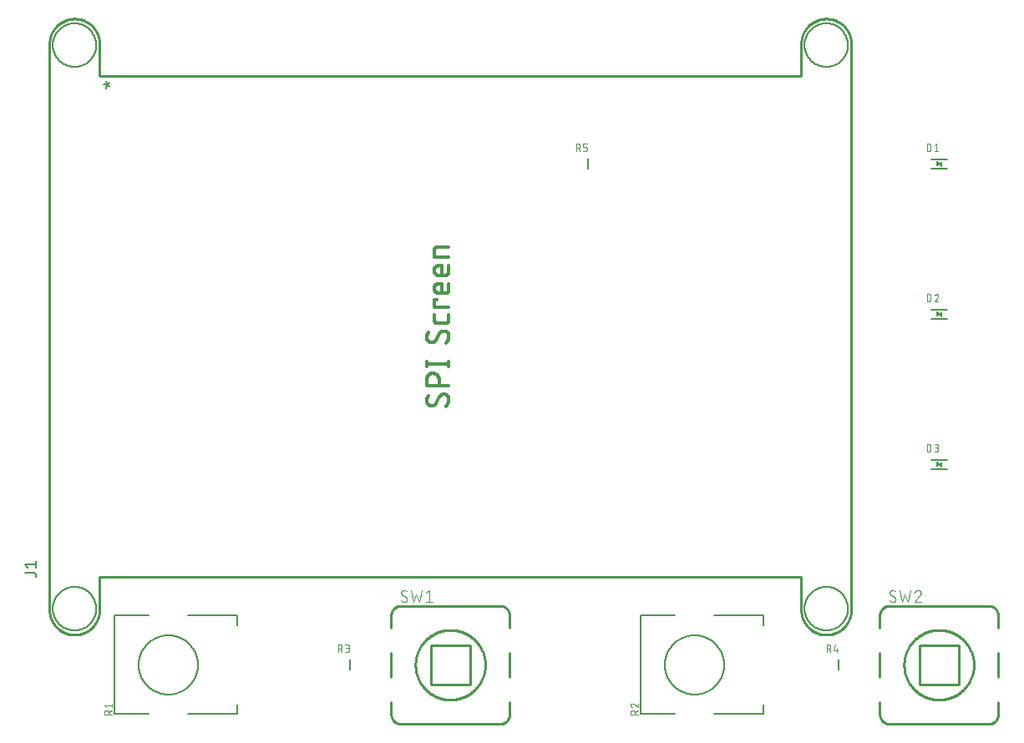
<source format=gbr>
G04 EAGLE Gerber RS-274X export*
G75*
%MOMM*%
%FSLAX34Y34*%
%LPD*%
%INSilkscreen Top*%
%IPPOS*%
%AMOC8*
5,1,8,0,0,1.08239X$1,22.5*%
G01*
%ADD10C,0.127000*%
%ADD11C,0.101600*%
%ADD12C,0.200000*%
%ADD13C,0.254000*%
%ADD14C,0.304800*%
%ADD15C,0.152400*%
%ADD16C,0.076200*%

G36*
X963205Y606976D02*
X963205Y606976D01*
X963305Y606975D01*
X963319Y606979D01*
X963331Y606979D01*
X963374Y606997D01*
X963484Y607033D01*
X967484Y609033D01*
X967519Y609059D01*
X967560Y609078D01*
X967609Y609126D01*
X967663Y609167D01*
X967688Y609204D01*
X967719Y609236D01*
X967748Y609298D01*
X967785Y609355D01*
X967795Y609399D01*
X967814Y609439D01*
X967819Y609508D01*
X967834Y609574D01*
X967828Y609619D01*
X967831Y609663D01*
X967812Y609729D01*
X967803Y609797D01*
X967782Y609836D01*
X967770Y609879D01*
X967729Y609934D01*
X967697Y609994D01*
X967663Y610024D01*
X967637Y610060D01*
X967566Y610109D01*
X967528Y610143D01*
X967507Y610151D01*
X967484Y610167D01*
X963484Y612167D01*
X963388Y612195D01*
X963294Y612227D01*
X963281Y612227D01*
X963268Y612231D01*
X963169Y612224D01*
X963069Y612221D01*
X963058Y612216D01*
X963045Y612215D01*
X962954Y612174D01*
X962862Y612136D01*
X962852Y612128D01*
X962840Y612122D01*
X962769Y612052D01*
X962696Y611985D01*
X962690Y611974D01*
X962681Y611964D01*
X962639Y611874D01*
X962593Y611785D01*
X962591Y611771D01*
X962586Y611761D01*
X962583Y611714D01*
X962566Y611600D01*
X962566Y607600D01*
X962583Y607502D01*
X962597Y607403D01*
X962603Y607392D01*
X962605Y607379D01*
X962656Y607293D01*
X962703Y607206D01*
X962713Y607197D01*
X962720Y607186D01*
X962797Y607123D01*
X962872Y607057D01*
X962884Y607053D01*
X962894Y607045D01*
X962988Y607013D01*
X963081Y606977D01*
X963094Y606977D01*
X963106Y606973D01*
X963205Y606976D01*
G37*
G36*
X963205Y454576D02*
X963205Y454576D01*
X963305Y454575D01*
X963319Y454579D01*
X963331Y454579D01*
X963374Y454597D01*
X963484Y454633D01*
X967484Y456633D01*
X967519Y456659D01*
X967560Y456678D01*
X967609Y456726D01*
X967663Y456767D01*
X967688Y456804D01*
X967719Y456836D01*
X967748Y456898D01*
X967785Y456955D01*
X967795Y456999D01*
X967814Y457039D01*
X967819Y457108D01*
X967834Y457174D01*
X967828Y457219D01*
X967831Y457263D01*
X967812Y457329D01*
X967803Y457397D01*
X967782Y457436D01*
X967770Y457479D01*
X967729Y457534D01*
X967697Y457594D01*
X967663Y457624D01*
X967637Y457660D01*
X967566Y457709D01*
X967528Y457743D01*
X967507Y457751D01*
X967484Y457767D01*
X963484Y459767D01*
X963388Y459795D01*
X963294Y459827D01*
X963281Y459827D01*
X963268Y459831D01*
X963169Y459824D01*
X963069Y459821D01*
X963058Y459816D01*
X963045Y459815D01*
X962954Y459774D01*
X962862Y459736D01*
X962852Y459728D01*
X962840Y459722D01*
X962769Y459652D01*
X962696Y459585D01*
X962690Y459574D01*
X962681Y459564D01*
X962639Y459474D01*
X962593Y459385D01*
X962591Y459371D01*
X962586Y459361D01*
X962583Y459314D01*
X962566Y459200D01*
X962566Y455200D01*
X962583Y455102D01*
X962597Y455003D01*
X962603Y454992D01*
X962605Y454979D01*
X962656Y454893D01*
X962703Y454806D01*
X962713Y454797D01*
X962720Y454786D01*
X962797Y454723D01*
X962872Y454657D01*
X962884Y454653D01*
X962894Y454645D01*
X962988Y454613D01*
X963081Y454577D01*
X963094Y454577D01*
X963106Y454573D01*
X963205Y454576D01*
G37*
G36*
X963205Y302176D02*
X963205Y302176D01*
X963305Y302175D01*
X963319Y302179D01*
X963331Y302179D01*
X963374Y302197D01*
X963484Y302233D01*
X967484Y304233D01*
X967519Y304259D01*
X967560Y304278D01*
X967609Y304326D01*
X967663Y304367D01*
X967688Y304404D01*
X967719Y304436D01*
X967748Y304498D01*
X967785Y304555D01*
X967795Y304599D01*
X967814Y304639D01*
X967819Y304708D01*
X967834Y304774D01*
X967828Y304819D01*
X967831Y304863D01*
X967812Y304929D01*
X967803Y304997D01*
X967782Y305036D01*
X967770Y305079D01*
X967729Y305134D01*
X967697Y305194D01*
X967663Y305224D01*
X967637Y305260D01*
X967566Y305309D01*
X967528Y305343D01*
X967507Y305351D01*
X967484Y305367D01*
X963484Y307367D01*
X963388Y307395D01*
X963294Y307427D01*
X963281Y307427D01*
X963268Y307431D01*
X963169Y307424D01*
X963069Y307421D01*
X963058Y307416D01*
X963045Y307415D01*
X962954Y307374D01*
X962862Y307336D01*
X962852Y307328D01*
X962840Y307322D01*
X962769Y307252D01*
X962696Y307185D01*
X962690Y307174D01*
X962681Y307164D01*
X962639Y307074D01*
X962593Y306985D01*
X962591Y306971D01*
X962586Y306961D01*
X962583Y306914D01*
X962566Y306800D01*
X962566Y302800D01*
X962583Y302702D01*
X962597Y302603D01*
X962603Y302592D01*
X962605Y302579D01*
X962656Y302493D01*
X962703Y302406D01*
X962713Y302397D01*
X962720Y302386D01*
X962797Y302323D01*
X962872Y302257D01*
X962884Y302253D01*
X962894Y302245D01*
X962988Y302213D01*
X963081Y302177D01*
X963094Y302177D01*
X963106Y302173D01*
X963205Y302176D01*
G37*
D10*
X957200Y614600D02*
X973200Y614600D01*
X973200Y604600D02*
X957200Y604600D01*
X967200Y607600D02*
X967200Y611600D01*
D11*
X953008Y622808D02*
X953008Y629920D01*
X954984Y629920D01*
X955070Y629918D01*
X955156Y629912D01*
X955242Y629903D01*
X955327Y629890D01*
X955412Y629873D01*
X955495Y629853D01*
X955578Y629829D01*
X955660Y629801D01*
X955740Y629770D01*
X955819Y629735D01*
X955896Y629697D01*
X955972Y629655D01*
X956046Y629611D01*
X956117Y629563D01*
X956187Y629512D01*
X956254Y629458D01*
X956319Y629401D01*
X956381Y629341D01*
X956441Y629279D01*
X956498Y629214D01*
X956552Y629147D01*
X956603Y629077D01*
X956651Y629006D01*
X956695Y628932D01*
X956737Y628856D01*
X956775Y628779D01*
X956810Y628700D01*
X956841Y628620D01*
X956869Y628538D01*
X956893Y628455D01*
X956913Y628372D01*
X956930Y628287D01*
X956943Y628202D01*
X956952Y628116D01*
X956958Y628030D01*
X956960Y627944D01*
X956959Y627944D02*
X956959Y624784D01*
X956960Y624784D02*
X956958Y624698D01*
X956952Y624612D01*
X956943Y624526D01*
X956930Y624441D01*
X956913Y624356D01*
X956893Y624273D01*
X956869Y624190D01*
X956841Y624108D01*
X956810Y624028D01*
X956775Y623949D01*
X956737Y623872D01*
X956695Y623796D01*
X956651Y623722D01*
X956603Y623651D01*
X956552Y623581D01*
X956498Y623514D01*
X956441Y623449D01*
X956381Y623387D01*
X956319Y623327D01*
X956254Y623270D01*
X956187Y623216D01*
X956117Y623165D01*
X956046Y623117D01*
X955972Y623073D01*
X955896Y623031D01*
X955819Y622993D01*
X955740Y622958D01*
X955660Y622927D01*
X955578Y622899D01*
X955495Y622875D01*
X955412Y622855D01*
X955327Y622838D01*
X955242Y622825D01*
X955156Y622816D01*
X955070Y622810D01*
X954984Y622808D01*
X953008Y622808D01*
X960567Y628340D02*
X962543Y629920D01*
X962543Y622808D01*
X964518Y622808D02*
X960567Y622808D01*
D10*
X957200Y462200D02*
X973200Y462200D01*
X973200Y452200D02*
X957200Y452200D01*
X967200Y455200D02*
X967200Y459200D01*
D11*
X953008Y470408D02*
X953008Y477520D01*
X954984Y477520D01*
X955070Y477518D01*
X955156Y477512D01*
X955242Y477503D01*
X955327Y477490D01*
X955412Y477473D01*
X955495Y477453D01*
X955578Y477429D01*
X955660Y477401D01*
X955740Y477370D01*
X955819Y477335D01*
X955896Y477297D01*
X955972Y477255D01*
X956046Y477211D01*
X956117Y477163D01*
X956187Y477112D01*
X956254Y477058D01*
X956319Y477001D01*
X956381Y476941D01*
X956441Y476879D01*
X956498Y476814D01*
X956552Y476747D01*
X956603Y476677D01*
X956651Y476606D01*
X956695Y476532D01*
X956737Y476456D01*
X956775Y476379D01*
X956810Y476300D01*
X956841Y476220D01*
X956869Y476138D01*
X956893Y476055D01*
X956913Y475972D01*
X956930Y475887D01*
X956943Y475802D01*
X956952Y475716D01*
X956958Y475630D01*
X956960Y475544D01*
X956959Y475544D02*
X956959Y472384D01*
X956960Y472384D02*
X956958Y472298D01*
X956952Y472212D01*
X956943Y472126D01*
X956930Y472041D01*
X956913Y471956D01*
X956893Y471873D01*
X956869Y471790D01*
X956841Y471708D01*
X956810Y471628D01*
X956775Y471549D01*
X956737Y471472D01*
X956695Y471396D01*
X956651Y471322D01*
X956603Y471251D01*
X956552Y471181D01*
X956498Y471114D01*
X956441Y471049D01*
X956381Y470987D01*
X956319Y470927D01*
X956254Y470870D01*
X956187Y470816D01*
X956117Y470765D01*
X956046Y470717D01*
X955972Y470673D01*
X955896Y470631D01*
X955819Y470593D01*
X955740Y470558D01*
X955660Y470527D01*
X955578Y470499D01*
X955495Y470475D01*
X955412Y470455D01*
X955327Y470438D01*
X955242Y470425D01*
X955156Y470416D01*
X955070Y470410D01*
X954984Y470408D01*
X953008Y470408D01*
X962740Y477520D02*
X962822Y477518D01*
X962904Y477512D01*
X962986Y477503D01*
X963067Y477490D01*
X963147Y477473D01*
X963227Y477452D01*
X963305Y477428D01*
X963382Y477400D01*
X963458Y477369D01*
X963533Y477334D01*
X963605Y477295D01*
X963676Y477254D01*
X963745Y477209D01*
X963811Y477161D01*
X963876Y477110D01*
X963938Y477056D01*
X963997Y476999D01*
X964054Y476940D01*
X964108Y476878D01*
X964159Y476813D01*
X964207Y476747D01*
X964252Y476678D01*
X964293Y476607D01*
X964332Y476535D01*
X964367Y476460D01*
X964398Y476384D01*
X964426Y476307D01*
X964450Y476229D01*
X964471Y476149D01*
X964488Y476069D01*
X964501Y475988D01*
X964510Y475906D01*
X964516Y475824D01*
X964518Y475742D01*
X962740Y477520D02*
X962647Y477518D01*
X962555Y477512D01*
X962463Y477503D01*
X962371Y477490D01*
X962280Y477473D01*
X962190Y477453D01*
X962100Y477429D01*
X962012Y477401D01*
X961924Y477369D01*
X961839Y477335D01*
X961754Y477296D01*
X961672Y477255D01*
X961591Y477210D01*
X961511Y477161D01*
X961434Y477110D01*
X961359Y477056D01*
X961287Y476998D01*
X961217Y476938D01*
X961149Y476874D01*
X961084Y476809D01*
X961021Y476740D01*
X960962Y476669D01*
X960905Y476596D01*
X960851Y476520D01*
X960801Y476443D01*
X960753Y476363D01*
X960709Y476282D01*
X960669Y476198D01*
X960631Y476114D01*
X960597Y476027D01*
X960567Y475940D01*
X963925Y474359D02*
X963986Y474420D01*
X964044Y474483D01*
X964099Y474549D01*
X964152Y474617D01*
X964201Y474688D01*
X964246Y474760D01*
X964289Y474835D01*
X964328Y474911D01*
X964364Y474990D01*
X964396Y475069D01*
X964424Y475150D01*
X964449Y475233D01*
X964470Y475316D01*
X964487Y475400D01*
X964501Y475485D01*
X964510Y475570D01*
X964516Y475656D01*
X964518Y475742D01*
X963925Y474359D02*
X960567Y470408D01*
X964518Y470408D01*
D10*
X957200Y309800D02*
X973200Y309800D01*
X973200Y299800D02*
X957200Y299800D01*
X967200Y302800D02*
X967200Y306800D01*
D11*
X953008Y318008D02*
X953008Y325120D01*
X954984Y325120D01*
X955070Y325118D01*
X955156Y325112D01*
X955242Y325103D01*
X955327Y325090D01*
X955412Y325073D01*
X955495Y325053D01*
X955578Y325029D01*
X955660Y325001D01*
X955740Y324970D01*
X955819Y324935D01*
X955896Y324897D01*
X955972Y324855D01*
X956046Y324811D01*
X956117Y324763D01*
X956187Y324712D01*
X956254Y324658D01*
X956319Y324601D01*
X956381Y324541D01*
X956441Y324479D01*
X956498Y324414D01*
X956552Y324347D01*
X956603Y324277D01*
X956651Y324206D01*
X956695Y324132D01*
X956737Y324056D01*
X956775Y323979D01*
X956810Y323900D01*
X956841Y323820D01*
X956869Y323738D01*
X956893Y323655D01*
X956913Y323572D01*
X956930Y323487D01*
X956943Y323402D01*
X956952Y323316D01*
X956958Y323230D01*
X956960Y323144D01*
X956959Y323144D02*
X956959Y319984D01*
X956960Y319984D02*
X956958Y319898D01*
X956952Y319812D01*
X956943Y319726D01*
X956930Y319641D01*
X956913Y319556D01*
X956893Y319473D01*
X956869Y319390D01*
X956841Y319308D01*
X956810Y319228D01*
X956775Y319149D01*
X956737Y319072D01*
X956695Y318996D01*
X956651Y318922D01*
X956603Y318851D01*
X956552Y318781D01*
X956498Y318714D01*
X956441Y318649D01*
X956381Y318587D01*
X956319Y318527D01*
X956254Y318470D01*
X956187Y318416D01*
X956117Y318365D01*
X956046Y318317D01*
X955972Y318273D01*
X955896Y318231D01*
X955819Y318193D01*
X955740Y318158D01*
X955660Y318127D01*
X955578Y318099D01*
X955495Y318075D01*
X955412Y318055D01*
X955327Y318038D01*
X955242Y318025D01*
X955156Y318016D01*
X955070Y318010D01*
X954984Y318008D01*
X953008Y318008D01*
X960567Y318008D02*
X962543Y318008D01*
X962630Y318010D01*
X962718Y318016D01*
X962805Y318025D01*
X962891Y318039D01*
X962977Y318056D01*
X963061Y318077D01*
X963145Y318102D01*
X963228Y318131D01*
X963309Y318163D01*
X963389Y318198D01*
X963467Y318237D01*
X963544Y318280D01*
X963618Y318326D01*
X963690Y318375D01*
X963760Y318427D01*
X963828Y318483D01*
X963893Y318541D01*
X963956Y318602D01*
X964015Y318666D01*
X964072Y318733D01*
X964126Y318801D01*
X964177Y318873D01*
X964224Y318946D01*
X964269Y319021D01*
X964310Y319099D01*
X964347Y319178D01*
X964381Y319258D01*
X964411Y319340D01*
X964438Y319423D01*
X964461Y319508D01*
X964480Y319593D01*
X964495Y319679D01*
X964507Y319766D01*
X964515Y319853D01*
X964519Y319940D01*
X964519Y320028D01*
X964515Y320115D01*
X964507Y320202D01*
X964495Y320289D01*
X964480Y320375D01*
X964461Y320460D01*
X964438Y320545D01*
X964411Y320628D01*
X964381Y320710D01*
X964347Y320790D01*
X964310Y320869D01*
X964269Y320947D01*
X964224Y321022D01*
X964177Y321095D01*
X964126Y321167D01*
X964072Y321235D01*
X964015Y321302D01*
X963956Y321366D01*
X963893Y321427D01*
X963828Y321485D01*
X963760Y321541D01*
X963690Y321593D01*
X963618Y321642D01*
X963544Y321688D01*
X963467Y321731D01*
X963389Y321770D01*
X963309Y321805D01*
X963228Y321837D01*
X963145Y321866D01*
X963061Y321891D01*
X962977Y321912D01*
X962891Y321929D01*
X962805Y321943D01*
X962718Y321952D01*
X962630Y321958D01*
X962543Y321960D01*
X962938Y325120D02*
X960567Y325120D01*
X962938Y325120D02*
X963017Y325118D01*
X963095Y325112D01*
X963173Y325102D01*
X963251Y325089D01*
X963328Y325071D01*
X963404Y325050D01*
X963478Y325025D01*
X963552Y324996D01*
X963624Y324964D01*
X963694Y324928D01*
X963762Y324888D01*
X963828Y324845D01*
X963892Y324799D01*
X963954Y324750D01*
X964013Y324698D01*
X964069Y324643D01*
X964123Y324585D01*
X964173Y324525D01*
X964221Y324462D01*
X964265Y324397D01*
X964306Y324330D01*
X964344Y324261D01*
X964378Y324190D01*
X964409Y324117D01*
X964436Y324043D01*
X964459Y323968D01*
X964478Y323892D01*
X964494Y323814D01*
X964506Y323736D01*
X964514Y323658D01*
X964518Y323579D01*
X964518Y323501D01*
X964514Y323422D01*
X964506Y323344D01*
X964494Y323266D01*
X964478Y323188D01*
X964459Y323112D01*
X964436Y323037D01*
X964409Y322963D01*
X964378Y322890D01*
X964344Y322819D01*
X964306Y322750D01*
X964265Y322683D01*
X964221Y322618D01*
X964173Y322555D01*
X964123Y322495D01*
X964069Y322437D01*
X964013Y322382D01*
X963954Y322330D01*
X963892Y322281D01*
X963828Y322235D01*
X963762Y322192D01*
X963694Y322152D01*
X963624Y322116D01*
X963552Y322084D01*
X963478Y322055D01*
X963404Y322030D01*
X963328Y322009D01*
X963251Y321991D01*
X963173Y321978D01*
X963095Y321968D01*
X963017Y321962D01*
X962938Y321960D01*
X962938Y321959D02*
X961357Y321959D01*
D12*
X828900Y158750D02*
X828907Y159290D01*
X828926Y159829D01*
X828960Y160368D01*
X829006Y160906D01*
X829065Y161443D01*
X829138Y161978D01*
X829224Y162511D01*
X829323Y163042D01*
X829435Y163570D01*
X829559Y164096D01*
X829697Y164618D01*
X829847Y165136D01*
X830010Y165651D01*
X830186Y166162D01*
X830374Y166668D01*
X830575Y167169D01*
X830787Y167665D01*
X831012Y168156D01*
X831249Y168641D01*
X831498Y169121D01*
X831758Y169594D01*
X832030Y170060D01*
X832313Y170520D01*
X832608Y170973D01*
X832913Y171418D01*
X833229Y171855D01*
X833556Y172285D01*
X833894Y172707D01*
X834241Y173120D01*
X834599Y173524D01*
X834967Y173920D01*
X835344Y174306D01*
X835730Y174683D01*
X836126Y175051D01*
X836530Y175409D01*
X836943Y175756D01*
X837365Y176094D01*
X837795Y176421D01*
X838232Y176737D01*
X838677Y177042D01*
X839130Y177337D01*
X839590Y177620D01*
X840056Y177892D01*
X840529Y178152D01*
X841009Y178401D01*
X841494Y178638D01*
X841985Y178863D01*
X842481Y179075D01*
X842982Y179276D01*
X843488Y179464D01*
X843999Y179640D01*
X844514Y179803D01*
X845032Y179953D01*
X845554Y180091D01*
X846080Y180215D01*
X846608Y180327D01*
X847139Y180426D01*
X847672Y180512D01*
X848207Y180585D01*
X848744Y180644D01*
X849282Y180690D01*
X849821Y180724D01*
X850360Y180743D01*
X850900Y180750D01*
X851440Y180743D01*
X851979Y180724D01*
X852518Y180690D01*
X853056Y180644D01*
X853593Y180585D01*
X854128Y180512D01*
X854661Y180426D01*
X855192Y180327D01*
X855720Y180215D01*
X856246Y180091D01*
X856768Y179953D01*
X857286Y179803D01*
X857801Y179640D01*
X858312Y179464D01*
X858818Y179276D01*
X859319Y179075D01*
X859815Y178863D01*
X860306Y178638D01*
X860791Y178401D01*
X861271Y178152D01*
X861744Y177892D01*
X862210Y177620D01*
X862670Y177337D01*
X863123Y177042D01*
X863568Y176737D01*
X864005Y176421D01*
X864435Y176094D01*
X864857Y175756D01*
X865270Y175409D01*
X865674Y175051D01*
X866070Y174683D01*
X866456Y174306D01*
X866833Y173920D01*
X867201Y173524D01*
X867559Y173120D01*
X867906Y172707D01*
X868244Y172285D01*
X868571Y171855D01*
X868887Y171418D01*
X869192Y170973D01*
X869487Y170520D01*
X869770Y170060D01*
X870042Y169594D01*
X870302Y169121D01*
X870551Y168641D01*
X870788Y168156D01*
X871013Y167665D01*
X871225Y167169D01*
X871426Y166668D01*
X871614Y166162D01*
X871790Y165651D01*
X871953Y165136D01*
X872103Y164618D01*
X872241Y164096D01*
X872365Y163570D01*
X872477Y163042D01*
X872576Y162511D01*
X872662Y161978D01*
X872735Y161443D01*
X872794Y160906D01*
X872840Y160368D01*
X872874Y159829D01*
X872893Y159290D01*
X872900Y158750D01*
X872893Y158210D01*
X872874Y157671D01*
X872840Y157132D01*
X872794Y156594D01*
X872735Y156057D01*
X872662Y155522D01*
X872576Y154989D01*
X872477Y154458D01*
X872365Y153930D01*
X872241Y153404D01*
X872103Y152882D01*
X871953Y152364D01*
X871790Y151849D01*
X871614Y151338D01*
X871426Y150832D01*
X871225Y150331D01*
X871013Y149835D01*
X870788Y149344D01*
X870551Y148859D01*
X870302Y148379D01*
X870042Y147906D01*
X869770Y147440D01*
X869487Y146980D01*
X869192Y146527D01*
X868887Y146082D01*
X868571Y145645D01*
X868244Y145215D01*
X867906Y144793D01*
X867559Y144380D01*
X867201Y143976D01*
X866833Y143580D01*
X866456Y143194D01*
X866070Y142817D01*
X865674Y142449D01*
X865270Y142091D01*
X864857Y141744D01*
X864435Y141406D01*
X864005Y141079D01*
X863568Y140763D01*
X863123Y140458D01*
X862670Y140163D01*
X862210Y139880D01*
X861744Y139608D01*
X861271Y139348D01*
X860791Y139099D01*
X860306Y138862D01*
X859815Y138637D01*
X859319Y138425D01*
X858818Y138224D01*
X858312Y138036D01*
X857801Y137860D01*
X857286Y137697D01*
X856768Y137547D01*
X856246Y137409D01*
X855720Y137285D01*
X855192Y137173D01*
X854661Y137074D01*
X854128Y136988D01*
X853593Y136915D01*
X853056Y136856D01*
X852518Y136810D01*
X851979Y136776D01*
X851440Y136757D01*
X850900Y136750D01*
X850360Y136757D01*
X849821Y136776D01*
X849282Y136810D01*
X848744Y136856D01*
X848207Y136915D01*
X847672Y136988D01*
X847139Y137074D01*
X846608Y137173D01*
X846080Y137285D01*
X845554Y137409D01*
X845032Y137547D01*
X844514Y137697D01*
X843999Y137860D01*
X843488Y138036D01*
X842982Y138224D01*
X842481Y138425D01*
X841985Y138637D01*
X841494Y138862D01*
X841009Y139099D01*
X840529Y139348D01*
X840056Y139608D01*
X839590Y139880D01*
X839130Y140163D01*
X838677Y140458D01*
X838232Y140763D01*
X837795Y141079D01*
X837365Y141406D01*
X836943Y141744D01*
X836530Y142091D01*
X836126Y142449D01*
X835730Y142817D01*
X835344Y143194D01*
X834967Y143580D01*
X834599Y143976D01*
X834241Y144380D01*
X833894Y144793D01*
X833556Y145215D01*
X833229Y145645D01*
X832913Y146082D01*
X832608Y146527D01*
X832313Y146980D01*
X832030Y147440D01*
X831758Y147906D01*
X831498Y148379D01*
X831249Y148859D01*
X831012Y149344D01*
X830787Y149835D01*
X830575Y150331D01*
X830374Y150832D01*
X830186Y151338D01*
X830010Y151849D01*
X829847Y152364D01*
X829697Y152882D01*
X829559Y153404D01*
X829435Y153930D01*
X829323Y154458D01*
X829224Y154989D01*
X829138Y155522D01*
X829065Y156057D01*
X829006Y156594D01*
X828960Y157132D01*
X828926Y157671D01*
X828907Y158210D01*
X828900Y158750D01*
X828900Y730250D02*
X828907Y730790D01*
X828926Y731329D01*
X828960Y731868D01*
X829006Y732406D01*
X829065Y732943D01*
X829138Y733478D01*
X829224Y734011D01*
X829323Y734542D01*
X829435Y735070D01*
X829559Y735596D01*
X829697Y736118D01*
X829847Y736636D01*
X830010Y737151D01*
X830186Y737662D01*
X830374Y738168D01*
X830575Y738669D01*
X830787Y739165D01*
X831012Y739656D01*
X831249Y740141D01*
X831498Y740621D01*
X831758Y741094D01*
X832030Y741560D01*
X832313Y742020D01*
X832608Y742473D01*
X832913Y742918D01*
X833229Y743355D01*
X833556Y743785D01*
X833894Y744207D01*
X834241Y744620D01*
X834599Y745024D01*
X834967Y745420D01*
X835344Y745806D01*
X835730Y746183D01*
X836126Y746551D01*
X836530Y746909D01*
X836943Y747256D01*
X837365Y747594D01*
X837795Y747921D01*
X838232Y748237D01*
X838677Y748542D01*
X839130Y748837D01*
X839590Y749120D01*
X840056Y749392D01*
X840529Y749652D01*
X841009Y749901D01*
X841494Y750138D01*
X841985Y750363D01*
X842481Y750575D01*
X842982Y750776D01*
X843488Y750964D01*
X843999Y751140D01*
X844514Y751303D01*
X845032Y751453D01*
X845554Y751591D01*
X846080Y751715D01*
X846608Y751827D01*
X847139Y751926D01*
X847672Y752012D01*
X848207Y752085D01*
X848744Y752144D01*
X849282Y752190D01*
X849821Y752224D01*
X850360Y752243D01*
X850900Y752250D01*
X851440Y752243D01*
X851979Y752224D01*
X852518Y752190D01*
X853056Y752144D01*
X853593Y752085D01*
X854128Y752012D01*
X854661Y751926D01*
X855192Y751827D01*
X855720Y751715D01*
X856246Y751591D01*
X856768Y751453D01*
X857286Y751303D01*
X857801Y751140D01*
X858312Y750964D01*
X858818Y750776D01*
X859319Y750575D01*
X859815Y750363D01*
X860306Y750138D01*
X860791Y749901D01*
X861271Y749652D01*
X861744Y749392D01*
X862210Y749120D01*
X862670Y748837D01*
X863123Y748542D01*
X863568Y748237D01*
X864005Y747921D01*
X864435Y747594D01*
X864857Y747256D01*
X865270Y746909D01*
X865674Y746551D01*
X866070Y746183D01*
X866456Y745806D01*
X866833Y745420D01*
X867201Y745024D01*
X867559Y744620D01*
X867906Y744207D01*
X868244Y743785D01*
X868571Y743355D01*
X868887Y742918D01*
X869192Y742473D01*
X869487Y742020D01*
X869770Y741560D01*
X870042Y741094D01*
X870302Y740621D01*
X870551Y740141D01*
X870788Y739656D01*
X871013Y739165D01*
X871225Y738669D01*
X871426Y738168D01*
X871614Y737662D01*
X871790Y737151D01*
X871953Y736636D01*
X872103Y736118D01*
X872241Y735596D01*
X872365Y735070D01*
X872477Y734542D01*
X872576Y734011D01*
X872662Y733478D01*
X872735Y732943D01*
X872794Y732406D01*
X872840Y731868D01*
X872874Y731329D01*
X872893Y730790D01*
X872900Y730250D01*
X872893Y729710D01*
X872874Y729171D01*
X872840Y728632D01*
X872794Y728094D01*
X872735Y727557D01*
X872662Y727022D01*
X872576Y726489D01*
X872477Y725958D01*
X872365Y725430D01*
X872241Y724904D01*
X872103Y724382D01*
X871953Y723864D01*
X871790Y723349D01*
X871614Y722838D01*
X871426Y722332D01*
X871225Y721831D01*
X871013Y721335D01*
X870788Y720844D01*
X870551Y720359D01*
X870302Y719879D01*
X870042Y719406D01*
X869770Y718940D01*
X869487Y718480D01*
X869192Y718027D01*
X868887Y717582D01*
X868571Y717145D01*
X868244Y716715D01*
X867906Y716293D01*
X867559Y715880D01*
X867201Y715476D01*
X866833Y715080D01*
X866456Y714694D01*
X866070Y714317D01*
X865674Y713949D01*
X865270Y713591D01*
X864857Y713244D01*
X864435Y712906D01*
X864005Y712579D01*
X863568Y712263D01*
X863123Y711958D01*
X862670Y711663D01*
X862210Y711380D01*
X861744Y711108D01*
X861271Y710848D01*
X860791Y710599D01*
X860306Y710362D01*
X859815Y710137D01*
X859319Y709925D01*
X858818Y709724D01*
X858312Y709536D01*
X857801Y709360D01*
X857286Y709197D01*
X856768Y709047D01*
X856246Y708909D01*
X855720Y708785D01*
X855192Y708673D01*
X854661Y708574D01*
X854128Y708488D01*
X853593Y708415D01*
X853056Y708356D01*
X852518Y708310D01*
X851979Y708276D01*
X851440Y708257D01*
X850900Y708250D01*
X850360Y708257D01*
X849821Y708276D01*
X849282Y708310D01*
X848744Y708356D01*
X848207Y708415D01*
X847672Y708488D01*
X847139Y708574D01*
X846608Y708673D01*
X846080Y708785D01*
X845554Y708909D01*
X845032Y709047D01*
X844514Y709197D01*
X843999Y709360D01*
X843488Y709536D01*
X842982Y709724D01*
X842481Y709925D01*
X841985Y710137D01*
X841494Y710362D01*
X841009Y710599D01*
X840529Y710848D01*
X840056Y711108D01*
X839590Y711380D01*
X839130Y711663D01*
X838677Y711958D01*
X838232Y712263D01*
X837795Y712579D01*
X837365Y712906D01*
X836943Y713244D01*
X836530Y713591D01*
X836126Y713949D01*
X835730Y714317D01*
X835344Y714694D01*
X834967Y715080D01*
X834599Y715476D01*
X834241Y715880D01*
X833894Y716293D01*
X833556Y716715D01*
X833229Y717145D01*
X832913Y717582D01*
X832608Y718027D01*
X832313Y718480D01*
X832030Y718940D01*
X831758Y719406D01*
X831498Y719879D01*
X831249Y720359D01*
X831012Y720844D01*
X830787Y721335D01*
X830575Y721831D01*
X830374Y722332D01*
X830186Y722838D01*
X830010Y723349D01*
X829847Y723864D01*
X829697Y724382D01*
X829559Y724904D01*
X829435Y725430D01*
X829323Y725958D01*
X829224Y726489D01*
X829138Y727022D01*
X829065Y727557D01*
X829006Y728094D01*
X828960Y728632D01*
X828926Y729171D01*
X828907Y729710D01*
X828900Y730250D01*
X66900Y158750D02*
X66907Y159290D01*
X66926Y159829D01*
X66960Y160368D01*
X67006Y160906D01*
X67065Y161443D01*
X67138Y161978D01*
X67224Y162511D01*
X67323Y163042D01*
X67435Y163570D01*
X67559Y164096D01*
X67697Y164618D01*
X67847Y165136D01*
X68010Y165651D01*
X68186Y166162D01*
X68374Y166668D01*
X68575Y167169D01*
X68787Y167665D01*
X69012Y168156D01*
X69249Y168641D01*
X69498Y169121D01*
X69758Y169594D01*
X70030Y170060D01*
X70313Y170520D01*
X70608Y170973D01*
X70913Y171418D01*
X71229Y171855D01*
X71556Y172285D01*
X71894Y172707D01*
X72241Y173120D01*
X72599Y173524D01*
X72967Y173920D01*
X73344Y174306D01*
X73730Y174683D01*
X74126Y175051D01*
X74530Y175409D01*
X74943Y175756D01*
X75365Y176094D01*
X75795Y176421D01*
X76232Y176737D01*
X76677Y177042D01*
X77130Y177337D01*
X77590Y177620D01*
X78056Y177892D01*
X78529Y178152D01*
X79009Y178401D01*
X79494Y178638D01*
X79985Y178863D01*
X80481Y179075D01*
X80982Y179276D01*
X81488Y179464D01*
X81999Y179640D01*
X82514Y179803D01*
X83032Y179953D01*
X83554Y180091D01*
X84080Y180215D01*
X84608Y180327D01*
X85139Y180426D01*
X85672Y180512D01*
X86207Y180585D01*
X86744Y180644D01*
X87282Y180690D01*
X87821Y180724D01*
X88360Y180743D01*
X88900Y180750D01*
X89440Y180743D01*
X89979Y180724D01*
X90518Y180690D01*
X91056Y180644D01*
X91593Y180585D01*
X92128Y180512D01*
X92661Y180426D01*
X93192Y180327D01*
X93720Y180215D01*
X94246Y180091D01*
X94768Y179953D01*
X95286Y179803D01*
X95801Y179640D01*
X96312Y179464D01*
X96818Y179276D01*
X97319Y179075D01*
X97815Y178863D01*
X98306Y178638D01*
X98791Y178401D01*
X99271Y178152D01*
X99744Y177892D01*
X100210Y177620D01*
X100670Y177337D01*
X101123Y177042D01*
X101568Y176737D01*
X102005Y176421D01*
X102435Y176094D01*
X102857Y175756D01*
X103270Y175409D01*
X103674Y175051D01*
X104070Y174683D01*
X104456Y174306D01*
X104833Y173920D01*
X105201Y173524D01*
X105559Y173120D01*
X105906Y172707D01*
X106244Y172285D01*
X106571Y171855D01*
X106887Y171418D01*
X107192Y170973D01*
X107487Y170520D01*
X107770Y170060D01*
X108042Y169594D01*
X108302Y169121D01*
X108551Y168641D01*
X108788Y168156D01*
X109013Y167665D01*
X109225Y167169D01*
X109426Y166668D01*
X109614Y166162D01*
X109790Y165651D01*
X109953Y165136D01*
X110103Y164618D01*
X110241Y164096D01*
X110365Y163570D01*
X110477Y163042D01*
X110576Y162511D01*
X110662Y161978D01*
X110735Y161443D01*
X110794Y160906D01*
X110840Y160368D01*
X110874Y159829D01*
X110893Y159290D01*
X110900Y158750D01*
X110893Y158210D01*
X110874Y157671D01*
X110840Y157132D01*
X110794Y156594D01*
X110735Y156057D01*
X110662Y155522D01*
X110576Y154989D01*
X110477Y154458D01*
X110365Y153930D01*
X110241Y153404D01*
X110103Y152882D01*
X109953Y152364D01*
X109790Y151849D01*
X109614Y151338D01*
X109426Y150832D01*
X109225Y150331D01*
X109013Y149835D01*
X108788Y149344D01*
X108551Y148859D01*
X108302Y148379D01*
X108042Y147906D01*
X107770Y147440D01*
X107487Y146980D01*
X107192Y146527D01*
X106887Y146082D01*
X106571Y145645D01*
X106244Y145215D01*
X105906Y144793D01*
X105559Y144380D01*
X105201Y143976D01*
X104833Y143580D01*
X104456Y143194D01*
X104070Y142817D01*
X103674Y142449D01*
X103270Y142091D01*
X102857Y141744D01*
X102435Y141406D01*
X102005Y141079D01*
X101568Y140763D01*
X101123Y140458D01*
X100670Y140163D01*
X100210Y139880D01*
X99744Y139608D01*
X99271Y139348D01*
X98791Y139099D01*
X98306Y138862D01*
X97815Y138637D01*
X97319Y138425D01*
X96818Y138224D01*
X96312Y138036D01*
X95801Y137860D01*
X95286Y137697D01*
X94768Y137547D01*
X94246Y137409D01*
X93720Y137285D01*
X93192Y137173D01*
X92661Y137074D01*
X92128Y136988D01*
X91593Y136915D01*
X91056Y136856D01*
X90518Y136810D01*
X89979Y136776D01*
X89440Y136757D01*
X88900Y136750D01*
X88360Y136757D01*
X87821Y136776D01*
X87282Y136810D01*
X86744Y136856D01*
X86207Y136915D01*
X85672Y136988D01*
X85139Y137074D01*
X84608Y137173D01*
X84080Y137285D01*
X83554Y137409D01*
X83032Y137547D01*
X82514Y137697D01*
X81999Y137860D01*
X81488Y138036D01*
X80982Y138224D01*
X80481Y138425D01*
X79985Y138637D01*
X79494Y138862D01*
X79009Y139099D01*
X78529Y139348D01*
X78056Y139608D01*
X77590Y139880D01*
X77130Y140163D01*
X76677Y140458D01*
X76232Y140763D01*
X75795Y141079D01*
X75365Y141406D01*
X74943Y141744D01*
X74530Y142091D01*
X74126Y142449D01*
X73730Y142817D01*
X73344Y143194D01*
X72967Y143580D01*
X72599Y143976D01*
X72241Y144380D01*
X71894Y144793D01*
X71556Y145215D01*
X71229Y145645D01*
X70913Y146082D01*
X70608Y146527D01*
X70313Y146980D01*
X70030Y147440D01*
X69758Y147906D01*
X69498Y148379D01*
X69249Y148859D01*
X69012Y149344D01*
X68787Y149835D01*
X68575Y150331D01*
X68374Y150832D01*
X68186Y151338D01*
X68010Y151849D01*
X67847Y152364D01*
X67697Y152882D01*
X67559Y153404D01*
X67435Y153930D01*
X67323Y154458D01*
X67224Y154989D01*
X67138Y155522D01*
X67065Y156057D01*
X67006Y156594D01*
X66960Y157132D01*
X66926Y157671D01*
X66907Y158210D01*
X66900Y158750D01*
X66900Y730250D02*
X66907Y730790D01*
X66926Y731329D01*
X66960Y731868D01*
X67006Y732406D01*
X67065Y732943D01*
X67138Y733478D01*
X67224Y734011D01*
X67323Y734542D01*
X67435Y735070D01*
X67559Y735596D01*
X67697Y736118D01*
X67847Y736636D01*
X68010Y737151D01*
X68186Y737662D01*
X68374Y738168D01*
X68575Y738669D01*
X68787Y739165D01*
X69012Y739656D01*
X69249Y740141D01*
X69498Y740621D01*
X69758Y741094D01*
X70030Y741560D01*
X70313Y742020D01*
X70608Y742473D01*
X70913Y742918D01*
X71229Y743355D01*
X71556Y743785D01*
X71894Y744207D01*
X72241Y744620D01*
X72599Y745024D01*
X72967Y745420D01*
X73344Y745806D01*
X73730Y746183D01*
X74126Y746551D01*
X74530Y746909D01*
X74943Y747256D01*
X75365Y747594D01*
X75795Y747921D01*
X76232Y748237D01*
X76677Y748542D01*
X77130Y748837D01*
X77590Y749120D01*
X78056Y749392D01*
X78529Y749652D01*
X79009Y749901D01*
X79494Y750138D01*
X79985Y750363D01*
X80481Y750575D01*
X80982Y750776D01*
X81488Y750964D01*
X81999Y751140D01*
X82514Y751303D01*
X83032Y751453D01*
X83554Y751591D01*
X84080Y751715D01*
X84608Y751827D01*
X85139Y751926D01*
X85672Y752012D01*
X86207Y752085D01*
X86744Y752144D01*
X87282Y752190D01*
X87821Y752224D01*
X88360Y752243D01*
X88900Y752250D01*
X89440Y752243D01*
X89979Y752224D01*
X90518Y752190D01*
X91056Y752144D01*
X91593Y752085D01*
X92128Y752012D01*
X92661Y751926D01*
X93192Y751827D01*
X93720Y751715D01*
X94246Y751591D01*
X94768Y751453D01*
X95286Y751303D01*
X95801Y751140D01*
X96312Y750964D01*
X96818Y750776D01*
X97319Y750575D01*
X97815Y750363D01*
X98306Y750138D01*
X98791Y749901D01*
X99271Y749652D01*
X99744Y749392D01*
X100210Y749120D01*
X100670Y748837D01*
X101123Y748542D01*
X101568Y748237D01*
X102005Y747921D01*
X102435Y747594D01*
X102857Y747256D01*
X103270Y746909D01*
X103674Y746551D01*
X104070Y746183D01*
X104456Y745806D01*
X104833Y745420D01*
X105201Y745024D01*
X105559Y744620D01*
X105906Y744207D01*
X106244Y743785D01*
X106571Y743355D01*
X106887Y742918D01*
X107192Y742473D01*
X107487Y742020D01*
X107770Y741560D01*
X108042Y741094D01*
X108302Y740621D01*
X108551Y740141D01*
X108788Y739656D01*
X109013Y739165D01*
X109225Y738669D01*
X109426Y738168D01*
X109614Y737662D01*
X109790Y737151D01*
X109953Y736636D01*
X110103Y736118D01*
X110241Y735596D01*
X110365Y735070D01*
X110477Y734542D01*
X110576Y734011D01*
X110662Y733478D01*
X110735Y732943D01*
X110794Y732406D01*
X110840Y731868D01*
X110874Y731329D01*
X110893Y730790D01*
X110900Y730250D01*
X110893Y729710D01*
X110874Y729171D01*
X110840Y728632D01*
X110794Y728094D01*
X110735Y727557D01*
X110662Y727022D01*
X110576Y726489D01*
X110477Y725958D01*
X110365Y725430D01*
X110241Y724904D01*
X110103Y724382D01*
X109953Y723864D01*
X109790Y723349D01*
X109614Y722838D01*
X109426Y722332D01*
X109225Y721831D01*
X109013Y721335D01*
X108788Y720844D01*
X108551Y720359D01*
X108302Y719879D01*
X108042Y719406D01*
X107770Y718940D01*
X107487Y718480D01*
X107192Y718027D01*
X106887Y717582D01*
X106571Y717145D01*
X106244Y716715D01*
X105906Y716293D01*
X105559Y715880D01*
X105201Y715476D01*
X104833Y715080D01*
X104456Y714694D01*
X104070Y714317D01*
X103674Y713949D01*
X103270Y713591D01*
X102857Y713244D01*
X102435Y712906D01*
X102005Y712579D01*
X101568Y712263D01*
X101123Y711958D01*
X100670Y711663D01*
X100210Y711380D01*
X99744Y711108D01*
X99271Y710848D01*
X98791Y710599D01*
X98306Y710362D01*
X97815Y710137D01*
X97319Y709925D01*
X96818Y709724D01*
X96312Y709536D01*
X95801Y709360D01*
X95286Y709197D01*
X94768Y709047D01*
X94246Y708909D01*
X93720Y708785D01*
X93192Y708673D01*
X92661Y708574D01*
X92128Y708488D01*
X91593Y708415D01*
X91056Y708356D01*
X90518Y708310D01*
X89979Y708276D01*
X89440Y708257D01*
X88900Y708250D01*
X88360Y708257D01*
X87821Y708276D01*
X87282Y708310D01*
X86744Y708356D01*
X86207Y708415D01*
X85672Y708488D01*
X85139Y708574D01*
X84608Y708673D01*
X84080Y708785D01*
X83554Y708909D01*
X83032Y709047D01*
X82514Y709197D01*
X81999Y709360D01*
X81488Y709536D01*
X80982Y709724D01*
X80481Y709925D01*
X79985Y710137D01*
X79494Y710362D01*
X79009Y710599D01*
X78529Y710848D01*
X78056Y711108D01*
X77590Y711380D01*
X77130Y711663D01*
X76677Y711958D01*
X76232Y712263D01*
X75795Y712579D01*
X75365Y712906D01*
X74943Y713244D01*
X74530Y713591D01*
X74126Y713949D01*
X73730Y714317D01*
X73344Y714694D01*
X72967Y715080D01*
X72599Y715476D01*
X72241Y715880D01*
X71894Y716293D01*
X71556Y716715D01*
X71229Y717145D01*
X70913Y717582D01*
X70608Y718027D01*
X70313Y718480D01*
X70030Y718940D01*
X69758Y719406D01*
X69498Y719879D01*
X69249Y720359D01*
X69012Y720844D01*
X68787Y721335D01*
X68575Y721831D01*
X68374Y722332D01*
X68186Y722838D01*
X68010Y723349D01*
X67847Y723864D01*
X67697Y724382D01*
X67559Y724904D01*
X67435Y725430D01*
X67323Y725958D01*
X67224Y726489D01*
X67138Y727022D01*
X67065Y727557D01*
X67006Y728094D01*
X66960Y728632D01*
X66926Y729171D01*
X66907Y729710D01*
X66900Y730250D01*
D13*
X850900Y132080D02*
X851514Y132087D01*
X852127Y132110D01*
X852740Y132147D01*
X853351Y132199D01*
X853962Y132265D01*
X854570Y132347D01*
X855176Y132443D01*
X855780Y132553D01*
X856381Y132678D01*
X856979Y132818D01*
X857573Y132972D01*
X858163Y133141D01*
X858749Y133323D01*
X859330Y133520D01*
X859907Y133731D01*
X860478Y133955D01*
X861044Y134193D01*
X861604Y134445D01*
X862157Y134711D01*
X862704Y134989D01*
X863244Y135281D01*
X863777Y135586D01*
X864302Y135904D01*
X864820Y136234D01*
X865329Y136576D01*
X865830Y136931D01*
X866322Y137298D01*
X866805Y137676D01*
X867279Y138066D01*
X867743Y138468D01*
X868198Y138880D01*
X868642Y139304D01*
X869076Y139738D01*
X869500Y140182D01*
X869912Y140637D01*
X870314Y141101D01*
X870704Y141575D01*
X871082Y142058D01*
X871449Y142550D01*
X871804Y143051D01*
X872146Y143560D01*
X872476Y144078D01*
X872794Y144603D01*
X873099Y145136D01*
X873391Y145676D01*
X873669Y146223D01*
X873935Y146776D01*
X874187Y147336D01*
X874425Y147902D01*
X874649Y148473D01*
X874860Y149050D01*
X875057Y149631D01*
X875239Y150217D01*
X875408Y150807D01*
X875562Y151401D01*
X875702Y151999D01*
X875827Y152600D01*
X875937Y153204D01*
X876033Y153810D01*
X876115Y154418D01*
X876181Y155029D01*
X876233Y155640D01*
X876270Y156253D01*
X876293Y156866D01*
X876300Y157480D01*
X876300Y731520D01*
X876293Y732134D01*
X876270Y732747D01*
X876233Y733360D01*
X876181Y733971D01*
X876115Y734582D01*
X876033Y735190D01*
X875937Y735796D01*
X875827Y736400D01*
X875702Y737001D01*
X875562Y737599D01*
X875408Y738193D01*
X875239Y738783D01*
X875057Y739369D01*
X874860Y739950D01*
X874649Y740527D01*
X874425Y741098D01*
X874187Y741664D01*
X873935Y742224D01*
X873669Y742777D01*
X873391Y743324D01*
X873099Y743864D01*
X872794Y744397D01*
X872476Y744922D01*
X872146Y745440D01*
X871804Y745949D01*
X871449Y746450D01*
X871082Y746942D01*
X870704Y747425D01*
X870314Y747899D01*
X869912Y748363D01*
X869500Y748818D01*
X869076Y749262D01*
X868642Y749696D01*
X868198Y750120D01*
X867743Y750532D01*
X867279Y750934D01*
X866805Y751324D01*
X866322Y751702D01*
X865830Y752069D01*
X865329Y752424D01*
X864820Y752766D01*
X864302Y753096D01*
X863777Y753414D01*
X863244Y753719D01*
X862704Y754011D01*
X862157Y754289D01*
X861604Y754555D01*
X861044Y754807D01*
X860478Y755045D01*
X859907Y755269D01*
X859330Y755480D01*
X858749Y755677D01*
X858163Y755859D01*
X857573Y756028D01*
X856979Y756182D01*
X856381Y756322D01*
X855780Y756447D01*
X855176Y756557D01*
X854570Y756653D01*
X853962Y756735D01*
X853351Y756801D01*
X852740Y756853D01*
X852127Y756890D01*
X851514Y756913D01*
X850900Y756920D01*
X850286Y756913D01*
X849673Y756890D01*
X849060Y756853D01*
X848449Y756801D01*
X847838Y756735D01*
X847230Y756653D01*
X846624Y756557D01*
X846020Y756447D01*
X845419Y756322D01*
X844821Y756182D01*
X844227Y756028D01*
X843637Y755859D01*
X843051Y755677D01*
X842470Y755480D01*
X841893Y755269D01*
X841322Y755045D01*
X840756Y754807D01*
X840196Y754555D01*
X839643Y754289D01*
X839096Y754011D01*
X838556Y753719D01*
X838023Y753414D01*
X837498Y753096D01*
X836980Y752766D01*
X836471Y752424D01*
X835970Y752069D01*
X835478Y751702D01*
X834995Y751324D01*
X834521Y750934D01*
X834057Y750532D01*
X833602Y750120D01*
X833158Y749696D01*
X832724Y749262D01*
X832300Y748818D01*
X831888Y748363D01*
X831486Y747899D01*
X831096Y747425D01*
X830718Y746942D01*
X830351Y746450D01*
X829996Y745949D01*
X829654Y745440D01*
X829324Y744922D01*
X829006Y744397D01*
X828701Y743864D01*
X828409Y743324D01*
X828131Y742777D01*
X827865Y742224D01*
X827613Y741664D01*
X827375Y741098D01*
X827151Y740527D01*
X826940Y739950D01*
X826743Y739369D01*
X826561Y738783D01*
X826392Y738193D01*
X826238Y737599D01*
X826098Y737001D01*
X825973Y736400D01*
X825863Y735796D01*
X825767Y735190D01*
X825685Y734582D01*
X825619Y733971D01*
X825567Y733360D01*
X825530Y732747D01*
X825507Y732134D01*
X825500Y731520D01*
X825500Y698500D01*
X114300Y698500D01*
X114300Y731520D01*
X114293Y732134D01*
X114270Y732747D01*
X114233Y733360D01*
X114181Y733971D01*
X114115Y734582D01*
X114033Y735190D01*
X113937Y735796D01*
X113827Y736400D01*
X113702Y737001D01*
X113562Y737599D01*
X113408Y738193D01*
X113239Y738783D01*
X113057Y739369D01*
X112860Y739950D01*
X112649Y740527D01*
X112425Y741098D01*
X112187Y741664D01*
X111935Y742224D01*
X111669Y742777D01*
X111391Y743324D01*
X111099Y743864D01*
X110794Y744397D01*
X110476Y744922D01*
X110146Y745440D01*
X109804Y745949D01*
X109449Y746450D01*
X109082Y746942D01*
X108704Y747425D01*
X108314Y747899D01*
X107912Y748363D01*
X107500Y748818D01*
X107076Y749262D01*
X106642Y749696D01*
X106198Y750120D01*
X105743Y750532D01*
X105279Y750934D01*
X104805Y751324D01*
X104322Y751702D01*
X103830Y752069D01*
X103329Y752424D01*
X102820Y752766D01*
X102302Y753096D01*
X101777Y753414D01*
X101244Y753719D01*
X100704Y754011D01*
X100157Y754289D01*
X99604Y754555D01*
X99044Y754807D01*
X98478Y755045D01*
X97907Y755269D01*
X97330Y755480D01*
X96749Y755677D01*
X96163Y755859D01*
X95573Y756028D01*
X94979Y756182D01*
X94381Y756322D01*
X93780Y756447D01*
X93176Y756557D01*
X92570Y756653D01*
X91962Y756735D01*
X91351Y756801D01*
X90740Y756853D01*
X90127Y756890D01*
X89514Y756913D01*
X88900Y756920D01*
X88286Y756913D01*
X87673Y756890D01*
X87060Y756853D01*
X86449Y756801D01*
X85838Y756735D01*
X85230Y756653D01*
X84624Y756557D01*
X84020Y756447D01*
X83419Y756322D01*
X82821Y756182D01*
X82227Y756028D01*
X81637Y755859D01*
X81051Y755677D01*
X80470Y755480D01*
X79893Y755269D01*
X79322Y755045D01*
X78756Y754807D01*
X78196Y754555D01*
X77643Y754289D01*
X77096Y754011D01*
X76556Y753719D01*
X76023Y753414D01*
X75498Y753096D01*
X74980Y752766D01*
X74471Y752424D01*
X73970Y752069D01*
X73478Y751702D01*
X72995Y751324D01*
X72521Y750934D01*
X72057Y750532D01*
X71602Y750120D01*
X71158Y749696D01*
X70724Y749262D01*
X70300Y748818D01*
X69888Y748363D01*
X69486Y747899D01*
X69096Y747425D01*
X68718Y746942D01*
X68351Y746450D01*
X67996Y745949D01*
X67654Y745440D01*
X67324Y744922D01*
X67006Y744397D01*
X66701Y743864D01*
X66409Y743324D01*
X66131Y742777D01*
X65865Y742224D01*
X65613Y741664D01*
X65375Y741098D01*
X65151Y740527D01*
X64940Y739950D01*
X64743Y739369D01*
X64561Y738783D01*
X64392Y738193D01*
X64238Y737599D01*
X64098Y737001D01*
X63973Y736400D01*
X63863Y735796D01*
X63767Y735190D01*
X63685Y734582D01*
X63619Y733971D01*
X63567Y733360D01*
X63530Y732747D01*
X63507Y732134D01*
X63500Y731520D01*
X63500Y157480D01*
X63507Y156866D01*
X63530Y156253D01*
X63567Y155640D01*
X63619Y155029D01*
X63685Y154418D01*
X63767Y153810D01*
X63863Y153204D01*
X63973Y152600D01*
X64098Y151999D01*
X64238Y151401D01*
X64392Y150807D01*
X64561Y150217D01*
X64743Y149631D01*
X64940Y149050D01*
X65151Y148473D01*
X65375Y147902D01*
X65613Y147336D01*
X65865Y146776D01*
X66131Y146223D01*
X66409Y145676D01*
X66701Y145136D01*
X67006Y144603D01*
X67324Y144078D01*
X67654Y143560D01*
X67996Y143051D01*
X68351Y142550D01*
X68718Y142058D01*
X69096Y141575D01*
X69486Y141101D01*
X69888Y140637D01*
X70300Y140182D01*
X70724Y139738D01*
X71158Y139304D01*
X71602Y138880D01*
X72057Y138468D01*
X72521Y138066D01*
X72995Y137676D01*
X73478Y137298D01*
X73970Y136931D01*
X74471Y136576D01*
X74980Y136234D01*
X75498Y135904D01*
X76023Y135586D01*
X76556Y135281D01*
X77096Y134989D01*
X77643Y134711D01*
X78196Y134445D01*
X78756Y134193D01*
X79322Y133955D01*
X79893Y133731D01*
X80470Y133520D01*
X81051Y133323D01*
X81637Y133141D01*
X82227Y132972D01*
X82821Y132818D01*
X83419Y132678D01*
X84020Y132553D01*
X84624Y132443D01*
X85230Y132347D01*
X85838Y132265D01*
X86449Y132199D01*
X87060Y132147D01*
X87673Y132110D01*
X88286Y132087D01*
X88900Y132080D01*
X89514Y132087D01*
X90127Y132110D01*
X90740Y132147D01*
X91351Y132199D01*
X91962Y132265D01*
X92570Y132347D01*
X93176Y132443D01*
X93780Y132553D01*
X94381Y132678D01*
X94979Y132818D01*
X95573Y132972D01*
X96163Y133141D01*
X96749Y133323D01*
X97330Y133520D01*
X97907Y133731D01*
X98478Y133955D01*
X99044Y134193D01*
X99604Y134445D01*
X100157Y134711D01*
X100704Y134989D01*
X101244Y135281D01*
X101777Y135586D01*
X102302Y135904D01*
X102820Y136234D01*
X103329Y136576D01*
X103830Y136931D01*
X104322Y137298D01*
X104805Y137676D01*
X105279Y138066D01*
X105743Y138468D01*
X106198Y138880D01*
X106642Y139304D01*
X107076Y139738D01*
X107500Y140182D01*
X107912Y140637D01*
X108314Y141101D01*
X108704Y141575D01*
X109082Y142058D01*
X109449Y142550D01*
X109804Y143051D01*
X110146Y143560D01*
X110476Y144078D01*
X110794Y144603D01*
X111099Y145136D01*
X111391Y145676D01*
X111669Y146223D01*
X111935Y146776D01*
X112187Y147336D01*
X112425Y147902D01*
X112649Y148473D01*
X112860Y149050D01*
X113057Y149631D01*
X113239Y150217D01*
X113408Y150807D01*
X113562Y151401D01*
X113702Y151999D01*
X113827Y152600D01*
X113937Y153204D01*
X114033Y153810D01*
X114115Y154418D01*
X114181Y155029D01*
X114233Y155640D01*
X114270Y156253D01*
X114293Y156866D01*
X114300Y157480D01*
X114300Y190500D01*
X825500Y190500D01*
X825500Y157480D01*
X825507Y156866D01*
X825530Y156253D01*
X825567Y155640D01*
X825619Y155029D01*
X825685Y154418D01*
X825767Y153810D01*
X825863Y153204D01*
X825973Y152600D01*
X826098Y151999D01*
X826238Y151401D01*
X826392Y150807D01*
X826561Y150217D01*
X826743Y149631D01*
X826940Y149050D01*
X827151Y148473D01*
X827375Y147902D01*
X827613Y147336D01*
X827865Y146776D01*
X828131Y146223D01*
X828409Y145676D01*
X828701Y145136D01*
X829006Y144603D01*
X829324Y144078D01*
X829654Y143560D01*
X829996Y143051D01*
X830351Y142550D01*
X830718Y142058D01*
X831096Y141575D01*
X831486Y141101D01*
X831888Y140637D01*
X832300Y140182D01*
X832724Y139738D01*
X833158Y139304D01*
X833602Y138880D01*
X834057Y138468D01*
X834521Y138066D01*
X834995Y137676D01*
X835478Y137298D01*
X835970Y136931D01*
X836471Y136576D01*
X836980Y136234D01*
X837498Y135904D01*
X838023Y135586D01*
X838556Y135281D01*
X839096Y134989D01*
X839643Y134711D01*
X840196Y134445D01*
X840756Y134193D01*
X841322Y133955D01*
X841893Y133731D01*
X842470Y133520D01*
X843051Y133323D01*
X843637Y133141D01*
X844227Y132972D01*
X844821Y132818D01*
X845419Y132678D01*
X846020Y132553D01*
X846624Y132443D01*
X847230Y132347D01*
X847838Y132265D01*
X848449Y132199D01*
X849060Y132147D01*
X849673Y132110D01*
X850286Y132087D01*
X850900Y132080D01*
D14*
X468376Y371199D02*
X468374Y371338D01*
X468368Y371478D01*
X468358Y371616D01*
X468345Y371755D01*
X468327Y371893D01*
X468306Y372031D01*
X468281Y372168D01*
X468251Y372304D01*
X468219Y372440D01*
X468182Y372574D01*
X468141Y372707D01*
X468097Y372839D01*
X468049Y372970D01*
X467998Y373100D01*
X467943Y373228D01*
X467884Y373354D01*
X467822Y373479D01*
X467756Y373602D01*
X467687Y373723D01*
X467615Y373842D01*
X467539Y373959D01*
X467460Y374073D01*
X467378Y374186D01*
X467292Y374296D01*
X467204Y374404D01*
X467113Y374509D01*
X467018Y374611D01*
X466921Y374711D01*
X466821Y374808D01*
X466719Y374903D01*
X466614Y374994D01*
X466506Y375082D01*
X466396Y375168D01*
X466283Y375250D01*
X466169Y375329D01*
X466052Y375405D01*
X465933Y375477D01*
X465812Y375546D01*
X465689Y375612D01*
X465564Y375674D01*
X465438Y375733D01*
X465310Y375788D01*
X465180Y375839D01*
X465049Y375887D01*
X464917Y375931D01*
X464784Y375972D01*
X464650Y376009D01*
X464514Y376041D01*
X464378Y376071D01*
X464241Y376096D01*
X464103Y376117D01*
X463965Y376135D01*
X463826Y376148D01*
X463688Y376158D01*
X463548Y376164D01*
X463409Y376166D01*
X468376Y371199D02*
X468373Y370948D01*
X468364Y370697D01*
X468349Y370446D01*
X468328Y370196D01*
X468301Y369947D01*
X468268Y369698D01*
X468229Y369450D01*
X468184Y369203D01*
X468134Y368957D01*
X468077Y368712D01*
X468015Y368469D01*
X467946Y368227D01*
X467872Y367988D01*
X467793Y367749D01*
X467707Y367513D01*
X467616Y367279D01*
X467520Y367048D01*
X467418Y366818D01*
X467310Y366591D01*
X467197Y366367D01*
X467079Y366146D01*
X466956Y365927D01*
X466827Y365712D01*
X466693Y365499D01*
X466554Y365290D01*
X466410Y365084D01*
X466262Y364882D01*
X466108Y364683D01*
X465950Y364489D01*
X465787Y364297D01*
X465620Y364110D01*
X465448Y363927D01*
X465272Y363748D01*
X450991Y364370D02*
X450852Y364372D01*
X450712Y364378D01*
X450574Y364388D01*
X450435Y364401D01*
X450297Y364419D01*
X450159Y364440D01*
X450022Y364465D01*
X449886Y364495D01*
X449750Y364527D01*
X449616Y364564D01*
X449483Y364605D01*
X449351Y364649D01*
X449220Y364697D01*
X449090Y364748D01*
X448962Y364803D01*
X448836Y364862D01*
X448711Y364924D01*
X448588Y364990D01*
X448467Y365059D01*
X448348Y365131D01*
X448231Y365207D01*
X448117Y365286D01*
X448004Y365368D01*
X447894Y365454D01*
X447786Y365542D01*
X447681Y365633D01*
X447579Y365728D01*
X447479Y365825D01*
X447382Y365925D01*
X447287Y366027D01*
X447196Y366132D01*
X447108Y366240D01*
X447022Y366350D01*
X446940Y366463D01*
X446861Y366577D01*
X446785Y366694D01*
X446713Y366813D01*
X446644Y366934D01*
X446578Y367057D01*
X446516Y367182D01*
X446457Y367308D01*
X446402Y367436D01*
X446351Y367566D01*
X446303Y367697D01*
X446259Y367829D01*
X446218Y367962D01*
X446181Y368096D01*
X446149Y368232D01*
X446119Y368368D01*
X446094Y368505D01*
X446073Y368643D01*
X446055Y368781D01*
X446042Y368920D01*
X446032Y369058D01*
X446026Y369198D01*
X446024Y369337D01*
X446027Y369559D01*
X446035Y369781D01*
X446048Y370002D01*
X446066Y370224D01*
X446090Y370444D01*
X446119Y370664D01*
X446153Y370884D01*
X446193Y371102D01*
X446237Y371319D01*
X446287Y371536D01*
X446342Y371751D01*
X446402Y371964D01*
X446467Y372177D01*
X446538Y372387D01*
X446613Y372596D01*
X446693Y372803D01*
X446778Y373008D01*
X446868Y373211D01*
X446963Y373412D01*
X447062Y373610D01*
X447166Y373806D01*
X447275Y373999D01*
X447389Y374190D01*
X447506Y374378D01*
X447629Y374563D01*
X447756Y374746D01*
X447887Y374925D01*
X455337Y366853D02*
X455266Y366735D01*
X455191Y366619D01*
X455113Y366505D01*
X455032Y366394D01*
X454948Y366285D01*
X454861Y366178D01*
X454771Y366073D01*
X454679Y365971D01*
X454583Y365872D01*
X454485Y365775D01*
X454384Y365681D01*
X454281Y365589D01*
X454175Y365501D01*
X454067Y365415D01*
X453957Y365333D01*
X453844Y365253D01*
X453730Y365177D01*
X453613Y365104D01*
X453494Y365034D01*
X453373Y364967D01*
X453251Y364904D01*
X453127Y364843D01*
X453001Y364787D01*
X452874Y364734D01*
X452746Y364684D01*
X452616Y364638D01*
X452485Y364595D01*
X452352Y364556D01*
X452219Y364521D01*
X452085Y364489D01*
X451950Y364461D01*
X451814Y364437D01*
X451678Y364416D01*
X451541Y364399D01*
X451404Y364386D01*
X451267Y364377D01*
X451129Y364371D01*
X450991Y364369D01*
X459063Y373683D02*
X459134Y373801D01*
X459209Y373917D01*
X459287Y374031D01*
X459368Y374142D01*
X459452Y374251D01*
X459539Y374358D01*
X459629Y374463D01*
X459721Y374565D01*
X459817Y374664D01*
X459915Y374761D01*
X460016Y374855D01*
X460119Y374947D01*
X460225Y375035D01*
X460333Y375121D01*
X460443Y375203D01*
X460556Y375283D01*
X460670Y375359D01*
X460787Y375432D01*
X460906Y375502D01*
X461027Y375569D01*
X461149Y375632D01*
X461273Y375693D01*
X461399Y375749D01*
X461526Y375802D01*
X461654Y375852D01*
X461784Y375898D01*
X461915Y375941D01*
X462048Y375980D01*
X462181Y376015D01*
X462315Y376047D01*
X462450Y376075D01*
X462586Y376099D01*
X462722Y376120D01*
X462859Y376137D01*
X462996Y376150D01*
X463133Y376159D01*
X463271Y376165D01*
X463409Y376167D01*
X459063Y373683D02*
X455337Y366853D01*
X446024Y384864D02*
X468376Y384864D01*
X446024Y384864D02*
X446024Y391073D01*
X446026Y391229D01*
X446032Y391385D01*
X446042Y391541D01*
X446055Y391696D01*
X446073Y391851D01*
X446094Y392006D01*
X446120Y392160D01*
X446149Y392313D01*
X446182Y392465D01*
X446219Y392617D01*
X446260Y392768D01*
X446304Y392917D01*
X446352Y393066D01*
X446404Y393213D01*
X446460Y393359D01*
X446519Y393503D01*
X446582Y393646D01*
X446649Y393787D01*
X446719Y393927D01*
X446792Y394064D01*
X446869Y394200D01*
X446949Y394334D01*
X447033Y394466D01*
X447120Y394595D01*
X447210Y394723D01*
X447303Y394848D01*
X447400Y394970D01*
X447499Y395091D01*
X447601Y395208D01*
X447707Y395323D01*
X447815Y395436D01*
X447926Y395545D01*
X448040Y395652D01*
X448156Y395756D01*
X448275Y395857D01*
X448397Y395955D01*
X448521Y396050D01*
X448647Y396142D01*
X448775Y396230D01*
X448906Y396315D01*
X449039Y396397D01*
X449174Y396476D01*
X449310Y396551D01*
X449449Y396623D01*
X449589Y396691D01*
X449731Y396756D01*
X449875Y396817D01*
X450020Y396874D01*
X450167Y396928D01*
X450314Y396978D01*
X450463Y397024D01*
X450613Y397067D01*
X450765Y397106D01*
X450917Y397141D01*
X451070Y397172D01*
X451223Y397199D01*
X451377Y397223D01*
X451532Y397242D01*
X451688Y397258D01*
X451843Y397270D01*
X451999Y397278D01*
X452155Y397282D01*
X452311Y397282D01*
X452467Y397278D01*
X452623Y397270D01*
X452778Y397258D01*
X452934Y397242D01*
X453089Y397223D01*
X453243Y397199D01*
X453396Y397172D01*
X453549Y397141D01*
X453701Y397106D01*
X453853Y397067D01*
X454003Y397024D01*
X454152Y396978D01*
X454299Y396928D01*
X454446Y396874D01*
X454591Y396817D01*
X454735Y396756D01*
X454877Y396691D01*
X455017Y396623D01*
X455156Y396551D01*
X455292Y396476D01*
X455427Y396397D01*
X455560Y396315D01*
X455691Y396230D01*
X455819Y396142D01*
X455945Y396050D01*
X456069Y395955D01*
X456191Y395857D01*
X456310Y395756D01*
X456426Y395652D01*
X456540Y395545D01*
X456651Y395436D01*
X456759Y395323D01*
X456865Y395208D01*
X456967Y395091D01*
X457066Y394970D01*
X457163Y394848D01*
X457256Y394723D01*
X457346Y394595D01*
X457433Y394466D01*
X457517Y394334D01*
X457597Y394200D01*
X457674Y394064D01*
X457747Y393927D01*
X457817Y393787D01*
X457884Y393646D01*
X457947Y393503D01*
X458006Y393359D01*
X458062Y393213D01*
X458114Y393066D01*
X458162Y392917D01*
X458206Y392768D01*
X458247Y392617D01*
X458284Y392465D01*
X458317Y392313D01*
X458346Y392160D01*
X458372Y392006D01*
X458393Y391851D01*
X458411Y391696D01*
X458424Y391541D01*
X458434Y391385D01*
X458440Y391229D01*
X458442Y391073D01*
X458442Y384864D01*
X468376Y406843D02*
X446024Y406843D01*
X468376Y404360D02*
X468376Y409327D01*
X446024Y409327D02*
X446024Y404360D01*
X468376Y435227D02*
X468374Y435366D01*
X468368Y435506D01*
X468358Y435644D01*
X468345Y435783D01*
X468327Y435921D01*
X468306Y436059D01*
X468281Y436196D01*
X468251Y436332D01*
X468219Y436468D01*
X468182Y436602D01*
X468141Y436735D01*
X468097Y436867D01*
X468049Y436998D01*
X467998Y437128D01*
X467943Y437256D01*
X467884Y437382D01*
X467822Y437507D01*
X467756Y437630D01*
X467687Y437751D01*
X467615Y437870D01*
X467539Y437987D01*
X467460Y438101D01*
X467378Y438214D01*
X467292Y438324D01*
X467204Y438432D01*
X467113Y438537D01*
X467018Y438639D01*
X466921Y438739D01*
X466821Y438836D01*
X466719Y438931D01*
X466614Y439022D01*
X466506Y439110D01*
X466396Y439196D01*
X466283Y439278D01*
X466169Y439357D01*
X466052Y439433D01*
X465933Y439505D01*
X465812Y439574D01*
X465689Y439640D01*
X465564Y439702D01*
X465438Y439761D01*
X465310Y439816D01*
X465180Y439867D01*
X465049Y439915D01*
X464917Y439959D01*
X464784Y440000D01*
X464650Y440037D01*
X464514Y440069D01*
X464378Y440099D01*
X464241Y440124D01*
X464103Y440145D01*
X463965Y440163D01*
X463826Y440176D01*
X463688Y440186D01*
X463548Y440192D01*
X463409Y440194D01*
X468376Y435227D02*
X468373Y434976D01*
X468364Y434725D01*
X468349Y434474D01*
X468328Y434224D01*
X468301Y433975D01*
X468268Y433726D01*
X468229Y433478D01*
X468184Y433231D01*
X468134Y432985D01*
X468077Y432740D01*
X468015Y432497D01*
X467946Y432255D01*
X467872Y432016D01*
X467793Y431777D01*
X467707Y431541D01*
X467616Y431307D01*
X467520Y431076D01*
X467418Y430846D01*
X467310Y430619D01*
X467197Y430395D01*
X467079Y430174D01*
X466956Y429955D01*
X466827Y429740D01*
X466693Y429527D01*
X466554Y429318D01*
X466410Y429112D01*
X466262Y428910D01*
X466108Y428711D01*
X465950Y428517D01*
X465787Y428325D01*
X465620Y428138D01*
X465448Y427955D01*
X465272Y427776D01*
X450991Y428398D02*
X450852Y428400D01*
X450712Y428406D01*
X450574Y428416D01*
X450435Y428429D01*
X450297Y428447D01*
X450159Y428468D01*
X450022Y428493D01*
X449886Y428523D01*
X449750Y428555D01*
X449616Y428592D01*
X449483Y428633D01*
X449351Y428677D01*
X449220Y428725D01*
X449090Y428776D01*
X448962Y428831D01*
X448836Y428890D01*
X448711Y428952D01*
X448588Y429018D01*
X448467Y429087D01*
X448348Y429159D01*
X448231Y429235D01*
X448117Y429314D01*
X448004Y429396D01*
X447894Y429482D01*
X447786Y429570D01*
X447681Y429661D01*
X447579Y429756D01*
X447479Y429853D01*
X447382Y429953D01*
X447287Y430055D01*
X447196Y430160D01*
X447108Y430268D01*
X447022Y430378D01*
X446940Y430491D01*
X446861Y430605D01*
X446785Y430722D01*
X446713Y430841D01*
X446644Y430962D01*
X446578Y431085D01*
X446516Y431210D01*
X446457Y431336D01*
X446402Y431464D01*
X446351Y431594D01*
X446303Y431725D01*
X446259Y431857D01*
X446218Y431990D01*
X446181Y432124D01*
X446149Y432260D01*
X446119Y432396D01*
X446094Y432533D01*
X446073Y432671D01*
X446055Y432809D01*
X446042Y432948D01*
X446032Y433086D01*
X446026Y433226D01*
X446024Y433365D01*
X446027Y433587D01*
X446035Y433809D01*
X446048Y434030D01*
X446066Y434252D01*
X446090Y434472D01*
X446119Y434692D01*
X446153Y434912D01*
X446193Y435130D01*
X446237Y435347D01*
X446287Y435564D01*
X446342Y435779D01*
X446402Y435992D01*
X446467Y436205D01*
X446538Y436415D01*
X446613Y436624D01*
X446693Y436831D01*
X446778Y437036D01*
X446868Y437239D01*
X446963Y437440D01*
X447062Y437638D01*
X447166Y437834D01*
X447275Y438027D01*
X447389Y438218D01*
X447506Y438406D01*
X447629Y438591D01*
X447756Y438774D01*
X447887Y438953D01*
X455337Y430881D02*
X455266Y430763D01*
X455191Y430647D01*
X455113Y430533D01*
X455032Y430422D01*
X454948Y430313D01*
X454861Y430206D01*
X454771Y430101D01*
X454679Y429999D01*
X454583Y429900D01*
X454485Y429803D01*
X454384Y429709D01*
X454281Y429617D01*
X454175Y429529D01*
X454067Y429443D01*
X453957Y429361D01*
X453844Y429281D01*
X453730Y429205D01*
X453613Y429132D01*
X453494Y429062D01*
X453373Y428995D01*
X453251Y428932D01*
X453127Y428871D01*
X453001Y428815D01*
X452874Y428762D01*
X452746Y428712D01*
X452616Y428666D01*
X452485Y428623D01*
X452352Y428584D01*
X452219Y428549D01*
X452085Y428517D01*
X451950Y428489D01*
X451814Y428465D01*
X451678Y428444D01*
X451541Y428427D01*
X451404Y428414D01*
X451267Y428405D01*
X451129Y428399D01*
X450991Y428397D01*
X459063Y437711D02*
X459134Y437829D01*
X459209Y437945D01*
X459287Y438059D01*
X459368Y438170D01*
X459452Y438279D01*
X459539Y438386D01*
X459629Y438491D01*
X459721Y438593D01*
X459817Y438692D01*
X459915Y438789D01*
X460016Y438883D01*
X460119Y438975D01*
X460225Y439063D01*
X460333Y439149D01*
X460443Y439231D01*
X460556Y439311D01*
X460670Y439387D01*
X460787Y439460D01*
X460906Y439530D01*
X461027Y439597D01*
X461149Y439660D01*
X461273Y439721D01*
X461399Y439777D01*
X461526Y439830D01*
X461654Y439880D01*
X461784Y439926D01*
X461915Y439969D01*
X462048Y440008D01*
X462181Y440043D01*
X462315Y440075D01*
X462450Y440103D01*
X462586Y440127D01*
X462722Y440148D01*
X462859Y440165D01*
X462996Y440178D01*
X463133Y440187D01*
X463271Y440193D01*
X463409Y440195D01*
X459063Y437711D02*
X455337Y430881D01*
X468376Y451558D02*
X468376Y456525D01*
X468376Y451558D02*
X468374Y451439D01*
X468368Y451319D01*
X468359Y451200D01*
X468345Y451082D01*
X468328Y450963D01*
X468307Y450846D01*
X468283Y450729D01*
X468254Y450613D01*
X468222Y450498D01*
X468186Y450384D01*
X468147Y450272D01*
X468104Y450160D01*
X468057Y450050D01*
X468007Y449942D01*
X467954Y449835D01*
X467897Y449730D01*
X467836Y449627D01*
X467773Y449526D01*
X467706Y449427D01*
X467636Y449330D01*
X467563Y449236D01*
X467487Y449143D01*
X467409Y449054D01*
X467327Y448967D01*
X467242Y448882D01*
X467155Y448800D01*
X467066Y448722D01*
X466973Y448646D01*
X466879Y448573D01*
X466782Y448503D01*
X466683Y448436D01*
X466582Y448373D01*
X466479Y448312D01*
X466374Y448255D01*
X466267Y448202D01*
X466159Y448152D01*
X466049Y448105D01*
X465937Y448062D01*
X465825Y448023D01*
X465711Y447987D01*
X465596Y447955D01*
X465480Y447926D01*
X465363Y447902D01*
X465246Y447881D01*
X465127Y447864D01*
X465009Y447850D01*
X464890Y447841D01*
X464770Y447835D01*
X464651Y447833D01*
X464651Y447832D02*
X457200Y447832D01*
X457200Y447833D02*
X457081Y447835D01*
X456961Y447841D01*
X456842Y447850D01*
X456724Y447864D01*
X456605Y447881D01*
X456488Y447902D01*
X456371Y447926D01*
X456255Y447955D01*
X456140Y447987D01*
X456026Y448023D01*
X455914Y448062D01*
X455802Y448105D01*
X455692Y448152D01*
X455584Y448202D01*
X455477Y448255D01*
X455372Y448312D01*
X455269Y448373D01*
X455168Y448436D01*
X455069Y448503D01*
X454972Y448573D01*
X454878Y448646D01*
X454785Y448722D01*
X454696Y448800D01*
X454609Y448882D01*
X454524Y448967D01*
X454442Y449054D01*
X454364Y449143D01*
X454288Y449236D01*
X454215Y449330D01*
X454145Y449427D01*
X454078Y449526D01*
X454015Y449627D01*
X453954Y449730D01*
X453897Y449835D01*
X453844Y449942D01*
X453794Y450050D01*
X453747Y450160D01*
X453704Y450272D01*
X453665Y450384D01*
X453629Y450498D01*
X453597Y450613D01*
X453568Y450729D01*
X453544Y450846D01*
X453523Y450963D01*
X453506Y451082D01*
X453492Y451200D01*
X453483Y451319D01*
X453477Y451439D01*
X453475Y451558D01*
X453475Y456525D01*
X453475Y464615D02*
X468376Y464615D01*
X453475Y464615D02*
X453475Y472065D01*
X455958Y472065D01*
X468376Y482157D02*
X468376Y488366D01*
X468376Y482157D02*
X468374Y482038D01*
X468368Y481918D01*
X468359Y481799D01*
X468345Y481681D01*
X468328Y481562D01*
X468307Y481445D01*
X468283Y481328D01*
X468254Y481212D01*
X468222Y481097D01*
X468186Y480983D01*
X468147Y480871D01*
X468104Y480759D01*
X468057Y480649D01*
X468007Y480541D01*
X467954Y480434D01*
X467897Y480329D01*
X467836Y480226D01*
X467773Y480125D01*
X467706Y480026D01*
X467636Y479929D01*
X467563Y479835D01*
X467487Y479742D01*
X467409Y479653D01*
X467327Y479566D01*
X467242Y479481D01*
X467155Y479399D01*
X467066Y479321D01*
X466973Y479245D01*
X466879Y479172D01*
X466782Y479102D01*
X466683Y479035D01*
X466582Y478972D01*
X466479Y478911D01*
X466374Y478854D01*
X466267Y478801D01*
X466159Y478751D01*
X466049Y478704D01*
X465937Y478661D01*
X465825Y478622D01*
X465711Y478586D01*
X465596Y478554D01*
X465480Y478525D01*
X465363Y478501D01*
X465246Y478480D01*
X465127Y478463D01*
X465009Y478449D01*
X464890Y478440D01*
X464770Y478434D01*
X464651Y478432D01*
X464651Y478431D02*
X458442Y478431D01*
X458442Y478432D02*
X458303Y478434D01*
X458163Y478440D01*
X458025Y478450D01*
X457886Y478463D01*
X457748Y478481D01*
X457610Y478502D01*
X457473Y478527D01*
X457337Y478557D01*
X457201Y478589D01*
X457067Y478626D01*
X456934Y478667D01*
X456802Y478711D01*
X456671Y478759D01*
X456541Y478810D01*
X456413Y478865D01*
X456287Y478924D01*
X456162Y478986D01*
X456039Y479052D01*
X455918Y479121D01*
X455799Y479193D01*
X455682Y479269D01*
X455568Y479348D01*
X455455Y479430D01*
X455345Y479516D01*
X455237Y479604D01*
X455132Y479695D01*
X455030Y479790D01*
X454930Y479887D01*
X454833Y479987D01*
X454738Y480089D01*
X454647Y480194D01*
X454559Y480302D01*
X454473Y480412D01*
X454391Y480525D01*
X454312Y480639D01*
X454236Y480756D01*
X454164Y480875D01*
X454095Y480996D01*
X454029Y481119D01*
X453967Y481244D01*
X453908Y481370D01*
X453853Y481498D01*
X453802Y481628D01*
X453754Y481759D01*
X453710Y481891D01*
X453669Y482024D01*
X453632Y482158D01*
X453600Y482294D01*
X453570Y482430D01*
X453545Y482567D01*
X453524Y482705D01*
X453506Y482843D01*
X453493Y482982D01*
X453483Y483120D01*
X453477Y483260D01*
X453475Y483399D01*
X453477Y483538D01*
X453483Y483678D01*
X453493Y483816D01*
X453506Y483955D01*
X453524Y484093D01*
X453545Y484231D01*
X453570Y484368D01*
X453600Y484504D01*
X453632Y484640D01*
X453669Y484774D01*
X453710Y484907D01*
X453754Y485039D01*
X453802Y485170D01*
X453853Y485300D01*
X453908Y485428D01*
X453967Y485554D01*
X454029Y485679D01*
X454095Y485802D01*
X454164Y485923D01*
X454236Y486042D01*
X454312Y486159D01*
X454391Y486273D01*
X454473Y486386D01*
X454559Y486496D01*
X454647Y486604D01*
X454738Y486709D01*
X454833Y486811D01*
X454930Y486911D01*
X455030Y487008D01*
X455132Y487103D01*
X455237Y487194D01*
X455345Y487282D01*
X455455Y487368D01*
X455568Y487450D01*
X455682Y487529D01*
X455799Y487605D01*
X455918Y487677D01*
X456039Y487746D01*
X456162Y487812D01*
X456287Y487874D01*
X456413Y487933D01*
X456541Y487988D01*
X456671Y488039D01*
X456802Y488087D01*
X456934Y488131D01*
X457067Y488172D01*
X457201Y488209D01*
X457337Y488241D01*
X457473Y488271D01*
X457610Y488296D01*
X457748Y488317D01*
X457886Y488335D01*
X458025Y488348D01*
X458163Y488358D01*
X458303Y488364D01*
X458442Y488366D01*
X460925Y488366D01*
X460925Y478431D01*
X468376Y500252D02*
X468376Y506461D01*
X468376Y500252D02*
X468374Y500133D01*
X468368Y500013D01*
X468359Y499894D01*
X468345Y499776D01*
X468328Y499657D01*
X468307Y499540D01*
X468283Y499423D01*
X468254Y499307D01*
X468222Y499192D01*
X468186Y499078D01*
X468147Y498966D01*
X468104Y498854D01*
X468057Y498744D01*
X468007Y498636D01*
X467954Y498529D01*
X467897Y498424D01*
X467836Y498321D01*
X467773Y498220D01*
X467706Y498121D01*
X467636Y498024D01*
X467563Y497930D01*
X467487Y497837D01*
X467409Y497748D01*
X467327Y497661D01*
X467242Y497576D01*
X467155Y497494D01*
X467066Y497416D01*
X466973Y497340D01*
X466879Y497267D01*
X466782Y497197D01*
X466683Y497130D01*
X466582Y497067D01*
X466479Y497006D01*
X466374Y496949D01*
X466267Y496896D01*
X466159Y496846D01*
X466049Y496799D01*
X465937Y496756D01*
X465825Y496717D01*
X465711Y496681D01*
X465596Y496649D01*
X465480Y496620D01*
X465363Y496596D01*
X465246Y496575D01*
X465127Y496558D01*
X465009Y496544D01*
X464890Y496535D01*
X464770Y496529D01*
X464651Y496527D01*
X464651Y496526D02*
X458442Y496526D01*
X458303Y496528D01*
X458163Y496534D01*
X458025Y496544D01*
X457886Y496557D01*
X457748Y496575D01*
X457610Y496596D01*
X457473Y496621D01*
X457337Y496651D01*
X457201Y496683D01*
X457067Y496720D01*
X456934Y496761D01*
X456802Y496805D01*
X456671Y496853D01*
X456541Y496904D01*
X456413Y496959D01*
X456287Y497018D01*
X456162Y497080D01*
X456039Y497146D01*
X455918Y497215D01*
X455799Y497287D01*
X455682Y497363D01*
X455568Y497442D01*
X455455Y497524D01*
X455345Y497610D01*
X455237Y497698D01*
X455132Y497789D01*
X455030Y497884D01*
X454930Y497981D01*
X454833Y498081D01*
X454738Y498183D01*
X454647Y498288D01*
X454559Y498396D01*
X454473Y498506D01*
X454391Y498619D01*
X454312Y498733D01*
X454236Y498850D01*
X454164Y498969D01*
X454095Y499090D01*
X454029Y499213D01*
X453967Y499338D01*
X453908Y499464D01*
X453853Y499592D01*
X453802Y499722D01*
X453754Y499853D01*
X453710Y499985D01*
X453669Y500118D01*
X453632Y500252D01*
X453600Y500388D01*
X453570Y500524D01*
X453545Y500661D01*
X453524Y500799D01*
X453506Y500937D01*
X453493Y501076D01*
X453483Y501214D01*
X453477Y501354D01*
X453475Y501493D01*
X453477Y501632D01*
X453483Y501772D01*
X453493Y501910D01*
X453506Y502049D01*
X453524Y502187D01*
X453545Y502325D01*
X453570Y502462D01*
X453600Y502598D01*
X453632Y502734D01*
X453669Y502868D01*
X453710Y503001D01*
X453754Y503133D01*
X453802Y503264D01*
X453853Y503394D01*
X453908Y503522D01*
X453967Y503648D01*
X454029Y503773D01*
X454095Y503896D01*
X454164Y504017D01*
X454236Y504136D01*
X454312Y504253D01*
X454391Y504367D01*
X454473Y504480D01*
X454559Y504590D01*
X454647Y504698D01*
X454738Y504803D01*
X454833Y504905D01*
X454930Y505005D01*
X455030Y505102D01*
X455132Y505197D01*
X455237Y505288D01*
X455345Y505376D01*
X455455Y505462D01*
X455568Y505544D01*
X455682Y505623D01*
X455799Y505699D01*
X455918Y505771D01*
X456039Y505840D01*
X456162Y505906D01*
X456287Y505968D01*
X456413Y506027D01*
X456541Y506082D01*
X456671Y506133D01*
X456802Y506181D01*
X456934Y506225D01*
X457067Y506266D01*
X457201Y506303D01*
X457337Y506335D01*
X457473Y506365D01*
X457610Y506390D01*
X457748Y506411D01*
X457886Y506429D01*
X458025Y506442D01*
X458163Y506452D01*
X458303Y506458D01*
X458442Y506460D01*
X458442Y506461D02*
X460925Y506461D01*
X460925Y496526D01*
X453475Y515317D02*
X468376Y515317D01*
X453475Y515317D02*
X453475Y521526D01*
X453477Y521648D01*
X453483Y521770D01*
X453493Y521891D01*
X453507Y522012D01*
X453525Y522133D01*
X453547Y522253D01*
X453572Y522372D01*
X453602Y522490D01*
X453635Y522607D01*
X453673Y522723D01*
X453714Y522838D01*
X453759Y522951D01*
X453807Y523063D01*
X453859Y523174D01*
X453915Y523282D01*
X453974Y523388D01*
X454037Y523493D01*
X454103Y523595D01*
X454172Y523696D01*
X454245Y523794D01*
X454321Y523889D01*
X454399Y523982D01*
X454481Y524072D01*
X454566Y524160D01*
X454654Y524245D01*
X454744Y524327D01*
X454837Y524405D01*
X454932Y524481D01*
X455030Y524554D01*
X455130Y524623D01*
X455233Y524689D01*
X455337Y524752D01*
X455444Y524811D01*
X455552Y524867D01*
X455663Y524919D01*
X455774Y524967D01*
X455888Y525012D01*
X456003Y525053D01*
X456119Y525091D01*
X456236Y525124D01*
X456354Y525154D01*
X456473Y525179D01*
X456593Y525201D01*
X456714Y525219D01*
X456835Y525233D01*
X456956Y525243D01*
X457078Y525249D01*
X457200Y525251D01*
X468376Y525251D01*
D15*
X121892Y689977D02*
X118166Y689977D01*
X121892Y689977D02*
X124686Y692150D01*
X121892Y689977D02*
X124686Y687804D01*
X121892Y689977D02*
X120650Y693392D01*
X121892Y689977D02*
X120650Y686562D01*
X47554Y194987D02*
X38862Y194987D01*
X47554Y194988D02*
X47652Y194986D01*
X47749Y194980D01*
X47846Y194971D01*
X47943Y194957D01*
X48039Y194940D01*
X48134Y194919D01*
X48228Y194895D01*
X48322Y194866D01*
X48414Y194834D01*
X48505Y194799D01*
X48594Y194760D01*
X48682Y194717D01*
X48768Y194671D01*
X48852Y194622D01*
X48934Y194569D01*
X49014Y194514D01*
X49092Y194455D01*
X49167Y194393D01*
X49240Y194328D01*
X49310Y194260D01*
X49378Y194190D01*
X49443Y194117D01*
X49505Y194042D01*
X49564Y193964D01*
X49619Y193884D01*
X49672Y193802D01*
X49721Y193718D01*
X49767Y193632D01*
X49810Y193544D01*
X49849Y193455D01*
X49884Y193364D01*
X49916Y193272D01*
X49945Y193178D01*
X49969Y193084D01*
X49990Y192989D01*
X50007Y192893D01*
X50021Y192796D01*
X50030Y192699D01*
X50036Y192601D01*
X50038Y192504D01*
X50038Y191262D01*
X41346Y200531D02*
X38862Y203636D01*
X50038Y203636D01*
X50038Y206740D02*
X50038Y200531D01*
D10*
X204000Y51600D02*
X254000Y51600D01*
X164000Y51600D02*
X129000Y51600D01*
X129000Y151600D01*
X164000Y151600D01*
X204000Y151600D02*
X254000Y151600D01*
X254000Y141600D01*
X254000Y61600D02*
X254000Y51600D01*
X154000Y101600D02*
X154009Y102336D01*
X154036Y103072D01*
X154081Y103807D01*
X154144Y104541D01*
X154226Y105272D01*
X154325Y106002D01*
X154442Y106729D01*
X154576Y107453D01*
X154729Y108173D01*
X154899Y108889D01*
X155087Y109601D01*
X155292Y110309D01*
X155514Y111010D01*
X155754Y111707D01*
X156010Y112397D01*
X156284Y113081D01*
X156574Y113757D01*
X156880Y114427D01*
X157203Y115088D01*
X157542Y115742D01*
X157897Y116387D01*
X158268Y117023D01*
X158654Y117650D01*
X159056Y118267D01*
X159472Y118874D01*
X159904Y119471D01*
X160350Y120057D01*
X160810Y120632D01*
X161284Y121195D01*
X161771Y121747D01*
X162273Y122286D01*
X162787Y122813D01*
X163314Y123327D01*
X163853Y123829D01*
X164405Y124316D01*
X164968Y124790D01*
X165543Y125250D01*
X166129Y125696D01*
X166726Y126128D01*
X167333Y126544D01*
X167950Y126946D01*
X168577Y127332D01*
X169213Y127703D01*
X169858Y128058D01*
X170512Y128397D01*
X171173Y128720D01*
X171843Y129026D01*
X172519Y129316D01*
X173203Y129590D01*
X173893Y129846D01*
X174590Y130086D01*
X175291Y130308D01*
X175999Y130513D01*
X176711Y130701D01*
X177427Y130871D01*
X178147Y131024D01*
X178871Y131158D01*
X179598Y131275D01*
X180328Y131374D01*
X181059Y131456D01*
X181793Y131519D01*
X182528Y131564D01*
X183264Y131591D01*
X184000Y131600D01*
X184736Y131591D01*
X185472Y131564D01*
X186207Y131519D01*
X186941Y131456D01*
X187672Y131374D01*
X188402Y131275D01*
X189129Y131158D01*
X189853Y131024D01*
X190573Y130871D01*
X191289Y130701D01*
X192001Y130513D01*
X192709Y130308D01*
X193410Y130086D01*
X194107Y129846D01*
X194797Y129590D01*
X195481Y129316D01*
X196157Y129026D01*
X196827Y128720D01*
X197488Y128397D01*
X198142Y128058D01*
X198787Y127703D01*
X199423Y127332D01*
X200050Y126946D01*
X200667Y126544D01*
X201274Y126128D01*
X201871Y125696D01*
X202457Y125250D01*
X203032Y124790D01*
X203595Y124316D01*
X204147Y123829D01*
X204686Y123327D01*
X205213Y122813D01*
X205727Y122286D01*
X206229Y121747D01*
X206716Y121195D01*
X207190Y120632D01*
X207650Y120057D01*
X208096Y119471D01*
X208528Y118874D01*
X208944Y118267D01*
X209346Y117650D01*
X209732Y117023D01*
X210103Y116387D01*
X210458Y115742D01*
X210797Y115088D01*
X211120Y114427D01*
X211426Y113757D01*
X211716Y113081D01*
X211990Y112397D01*
X212246Y111707D01*
X212486Y111010D01*
X212708Y110309D01*
X212913Y109601D01*
X213101Y108889D01*
X213271Y108173D01*
X213424Y107453D01*
X213558Y106729D01*
X213675Y106002D01*
X213774Y105272D01*
X213856Y104541D01*
X213919Y103807D01*
X213964Y103072D01*
X213991Y102336D01*
X214000Y101600D01*
X213991Y100864D01*
X213964Y100128D01*
X213919Y99393D01*
X213856Y98659D01*
X213774Y97928D01*
X213675Y97198D01*
X213558Y96471D01*
X213424Y95747D01*
X213271Y95027D01*
X213101Y94311D01*
X212913Y93599D01*
X212708Y92891D01*
X212486Y92190D01*
X212246Y91493D01*
X211990Y90803D01*
X211716Y90119D01*
X211426Y89443D01*
X211120Y88773D01*
X210797Y88112D01*
X210458Y87458D01*
X210103Y86813D01*
X209732Y86177D01*
X209346Y85550D01*
X208944Y84933D01*
X208528Y84326D01*
X208096Y83729D01*
X207650Y83143D01*
X207190Y82568D01*
X206716Y82005D01*
X206229Y81453D01*
X205727Y80914D01*
X205213Y80387D01*
X204686Y79873D01*
X204147Y79371D01*
X203595Y78884D01*
X203032Y78410D01*
X202457Y77950D01*
X201871Y77504D01*
X201274Y77072D01*
X200667Y76656D01*
X200050Y76254D01*
X199423Y75868D01*
X198787Y75497D01*
X198142Y75142D01*
X197488Y74803D01*
X196827Y74480D01*
X196157Y74174D01*
X195481Y73884D01*
X194797Y73610D01*
X194107Y73354D01*
X193410Y73114D01*
X192709Y72892D01*
X192001Y72687D01*
X191289Y72499D01*
X190573Y72329D01*
X189853Y72176D01*
X189129Y72042D01*
X188402Y71925D01*
X187672Y71826D01*
X186941Y71744D01*
X186207Y71681D01*
X185472Y71636D01*
X184736Y71609D01*
X184000Y71600D01*
X183264Y71609D01*
X182528Y71636D01*
X181793Y71681D01*
X181059Y71744D01*
X180328Y71826D01*
X179598Y71925D01*
X178871Y72042D01*
X178147Y72176D01*
X177427Y72329D01*
X176711Y72499D01*
X175999Y72687D01*
X175291Y72892D01*
X174590Y73114D01*
X173893Y73354D01*
X173203Y73610D01*
X172519Y73884D01*
X171843Y74174D01*
X171173Y74480D01*
X170512Y74803D01*
X169858Y75142D01*
X169213Y75497D01*
X168577Y75868D01*
X167950Y76254D01*
X167333Y76656D01*
X166726Y77072D01*
X166129Y77504D01*
X165543Y77950D01*
X164968Y78410D01*
X164405Y78884D01*
X163853Y79371D01*
X163314Y79873D01*
X162787Y80387D01*
X162273Y80914D01*
X161771Y81453D01*
X161284Y82005D01*
X160810Y82568D01*
X160350Y83143D01*
X159904Y83729D01*
X159472Y84326D01*
X159056Y84933D01*
X158654Y85550D01*
X158268Y86177D01*
X157897Y86813D01*
X157542Y87458D01*
X157203Y88112D01*
X156880Y88773D01*
X156574Y89443D01*
X156284Y90119D01*
X156010Y90803D01*
X155754Y91493D01*
X155514Y92190D01*
X155292Y92891D01*
X155087Y93599D01*
X154899Y94311D01*
X154729Y95027D01*
X154576Y95747D01*
X154442Y96471D01*
X154325Y97198D01*
X154226Y97928D01*
X154144Y98659D01*
X154081Y99393D01*
X154036Y100128D01*
X154009Y100864D01*
X154000Y101600D01*
D16*
X126619Y51181D02*
X119253Y51181D01*
X119253Y53227D01*
X119255Y53316D01*
X119261Y53405D01*
X119271Y53494D01*
X119284Y53582D01*
X119301Y53670D01*
X119323Y53757D01*
X119348Y53842D01*
X119376Y53927D01*
X119409Y54010D01*
X119445Y54092D01*
X119484Y54172D01*
X119527Y54250D01*
X119573Y54326D01*
X119623Y54401D01*
X119676Y54473D01*
X119732Y54542D01*
X119791Y54609D01*
X119852Y54674D01*
X119917Y54735D01*
X119984Y54794D01*
X120053Y54850D01*
X120125Y54903D01*
X120200Y54953D01*
X120276Y54999D01*
X120354Y55042D01*
X120434Y55081D01*
X120516Y55117D01*
X120599Y55150D01*
X120684Y55178D01*
X120769Y55203D01*
X120856Y55225D01*
X120944Y55242D01*
X121032Y55255D01*
X121121Y55265D01*
X121210Y55271D01*
X121299Y55273D01*
X121388Y55271D01*
X121477Y55265D01*
X121566Y55255D01*
X121654Y55242D01*
X121742Y55225D01*
X121829Y55203D01*
X121914Y55178D01*
X121999Y55150D01*
X122082Y55117D01*
X122164Y55081D01*
X122244Y55042D01*
X122322Y54999D01*
X122398Y54953D01*
X122473Y54903D01*
X122545Y54850D01*
X122614Y54794D01*
X122681Y54735D01*
X122746Y54674D01*
X122807Y54609D01*
X122866Y54542D01*
X122922Y54473D01*
X122975Y54401D01*
X123025Y54326D01*
X123071Y54250D01*
X123114Y54172D01*
X123153Y54092D01*
X123189Y54010D01*
X123222Y53927D01*
X123250Y53842D01*
X123275Y53757D01*
X123297Y53670D01*
X123314Y53582D01*
X123327Y53494D01*
X123337Y53405D01*
X123343Y53316D01*
X123345Y53227D01*
X123345Y51181D01*
X123345Y53636D02*
X126619Y55273D01*
X120890Y58445D02*
X119253Y60491D01*
X126619Y60491D01*
X126619Y58445D02*
X126619Y62537D01*
D10*
X737400Y51600D02*
X787400Y51600D01*
X697400Y51600D02*
X662400Y51600D01*
X662400Y151600D01*
X697400Y151600D01*
X737400Y151600D02*
X787400Y151600D01*
X787400Y141600D01*
X787400Y61600D02*
X787400Y51600D01*
X687400Y101600D02*
X687409Y102336D01*
X687436Y103072D01*
X687481Y103807D01*
X687544Y104541D01*
X687626Y105272D01*
X687725Y106002D01*
X687842Y106729D01*
X687976Y107453D01*
X688129Y108173D01*
X688299Y108889D01*
X688487Y109601D01*
X688692Y110309D01*
X688914Y111010D01*
X689154Y111707D01*
X689410Y112397D01*
X689684Y113081D01*
X689974Y113757D01*
X690280Y114427D01*
X690603Y115088D01*
X690942Y115742D01*
X691297Y116387D01*
X691668Y117023D01*
X692054Y117650D01*
X692456Y118267D01*
X692872Y118874D01*
X693304Y119471D01*
X693750Y120057D01*
X694210Y120632D01*
X694684Y121195D01*
X695171Y121747D01*
X695673Y122286D01*
X696187Y122813D01*
X696714Y123327D01*
X697253Y123829D01*
X697805Y124316D01*
X698368Y124790D01*
X698943Y125250D01*
X699529Y125696D01*
X700126Y126128D01*
X700733Y126544D01*
X701350Y126946D01*
X701977Y127332D01*
X702613Y127703D01*
X703258Y128058D01*
X703912Y128397D01*
X704573Y128720D01*
X705243Y129026D01*
X705919Y129316D01*
X706603Y129590D01*
X707293Y129846D01*
X707990Y130086D01*
X708691Y130308D01*
X709399Y130513D01*
X710111Y130701D01*
X710827Y130871D01*
X711547Y131024D01*
X712271Y131158D01*
X712998Y131275D01*
X713728Y131374D01*
X714459Y131456D01*
X715193Y131519D01*
X715928Y131564D01*
X716664Y131591D01*
X717400Y131600D01*
X718136Y131591D01*
X718872Y131564D01*
X719607Y131519D01*
X720341Y131456D01*
X721072Y131374D01*
X721802Y131275D01*
X722529Y131158D01*
X723253Y131024D01*
X723973Y130871D01*
X724689Y130701D01*
X725401Y130513D01*
X726109Y130308D01*
X726810Y130086D01*
X727507Y129846D01*
X728197Y129590D01*
X728881Y129316D01*
X729557Y129026D01*
X730227Y128720D01*
X730888Y128397D01*
X731542Y128058D01*
X732187Y127703D01*
X732823Y127332D01*
X733450Y126946D01*
X734067Y126544D01*
X734674Y126128D01*
X735271Y125696D01*
X735857Y125250D01*
X736432Y124790D01*
X736995Y124316D01*
X737547Y123829D01*
X738086Y123327D01*
X738613Y122813D01*
X739127Y122286D01*
X739629Y121747D01*
X740116Y121195D01*
X740590Y120632D01*
X741050Y120057D01*
X741496Y119471D01*
X741928Y118874D01*
X742344Y118267D01*
X742746Y117650D01*
X743132Y117023D01*
X743503Y116387D01*
X743858Y115742D01*
X744197Y115088D01*
X744520Y114427D01*
X744826Y113757D01*
X745116Y113081D01*
X745390Y112397D01*
X745646Y111707D01*
X745886Y111010D01*
X746108Y110309D01*
X746313Y109601D01*
X746501Y108889D01*
X746671Y108173D01*
X746824Y107453D01*
X746958Y106729D01*
X747075Y106002D01*
X747174Y105272D01*
X747256Y104541D01*
X747319Y103807D01*
X747364Y103072D01*
X747391Y102336D01*
X747400Y101600D01*
X747391Y100864D01*
X747364Y100128D01*
X747319Y99393D01*
X747256Y98659D01*
X747174Y97928D01*
X747075Y97198D01*
X746958Y96471D01*
X746824Y95747D01*
X746671Y95027D01*
X746501Y94311D01*
X746313Y93599D01*
X746108Y92891D01*
X745886Y92190D01*
X745646Y91493D01*
X745390Y90803D01*
X745116Y90119D01*
X744826Y89443D01*
X744520Y88773D01*
X744197Y88112D01*
X743858Y87458D01*
X743503Y86813D01*
X743132Y86177D01*
X742746Y85550D01*
X742344Y84933D01*
X741928Y84326D01*
X741496Y83729D01*
X741050Y83143D01*
X740590Y82568D01*
X740116Y82005D01*
X739629Y81453D01*
X739127Y80914D01*
X738613Y80387D01*
X738086Y79873D01*
X737547Y79371D01*
X736995Y78884D01*
X736432Y78410D01*
X735857Y77950D01*
X735271Y77504D01*
X734674Y77072D01*
X734067Y76656D01*
X733450Y76254D01*
X732823Y75868D01*
X732187Y75497D01*
X731542Y75142D01*
X730888Y74803D01*
X730227Y74480D01*
X729557Y74174D01*
X728881Y73884D01*
X728197Y73610D01*
X727507Y73354D01*
X726810Y73114D01*
X726109Y72892D01*
X725401Y72687D01*
X724689Y72499D01*
X723973Y72329D01*
X723253Y72176D01*
X722529Y72042D01*
X721802Y71925D01*
X721072Y71826D01*
X720341Y71744D01*
X719607Y71681D01*
X718872Y71636D01*
X718136Y71609D01*
X717400Y71600D01*
X716664Y71609D01*
X715928Y71636D01*
X715193Y71681D01*
X714459Y71744D01*
X713728Y71826D01*
X712998Y71925D01*
X712271Y72042D01*
X711547Y72176D01*
X710827Y72329D01*
X710111Y72499D01*
X709399Y72687D01*
X708691Y72892D01*
X707990Y73114D01*
X707293Y73354D01*
X706603Y73610D01*
X705919Y73884D01*
X705243Y74174D01*
X704573Y74480D01*
X703912Y74803D01*
X703258Y75142D01*
X702613Y75497D01*
X701977Y75868D01*
X701350Y76254D01*
X700733Y76656D01*
X700126Y77072D01*
X699529Y77504D01*
X698943Y77950D01*
X698368Y78410D01*
X697805Y78884D01*
X697253Y79371D01*
X696714Y79873D01*
X696187Y80387D01*
X695673Y80914D01*
X695171Y81453D01*
X694684Y82005D01*
X694210Y82568D01*
X693750Y83143D01*
X693304Y83729D01*
X692872Y84326D01*
X692456Y84933D01*
X692054Y85550D01*
X691668Y86177D01*
X691297Y86813D01*
X690942Y87458D01*
X690603Y88112D01*
X690280Y88773D01*
X689974Y89443D01*
X689684Y90119D01*
X689410Y90803D01*
X689154Y91493D01*
X688914Y92190D01*
X688692Y92891D01*
X688487Y93599D01*
X688299Y94311D01*
X688129Y95027D01*
X687976Y95747D01*
X687842Y96471D01*
X687725Y97198D01*
X687626Y97928D01*
X687544Y98659D01*
X687481Y99393D01*
X687436Y100128D01*
X687409Y100864D01*
X687400Y101600D01*
D16*
X660019Y51181D02*
X652653Y51181D01*
X652653Y53227D01*
X652655Y53316D01*
X652661Y53405D01*
X652671Y53494D01*
X652684Y53582D01*
X652701Y53670D01*
X652723Y53757D01*
X652748Y53842D01*
X652776Y53927D01*
X652809Y54010D01*
X652845Y54092D01*
X652884Y54172D01*
X652927Y54250D01*
X652973Y54326D01*
X653023Y54401D01*
X653076Y54473D01*
X653132Y54542D01*
X653191Y54609D01*
X653252Y54674D01*
X653317Y54735D01*
X653384Y54794D01*
X653453Y54850D01*
X653525Y54903D01*
X653600Y54953D01*
X653676Y54999D01*
X653754Y55042D01*
X653834Y55081D01*
X653916Y55117D01*
X653999Y55150D01*
X654084Y55178D01*
X654169Y55203D01*
X654256Y55225D01*
X654344Y55242D01*
X654432Y55255D01*
X654521Y55265D01*
X654610Y55271D01*
X654699Y55273D01*
X654788Y55271D01*
X654877Y55265D01*
X654966Y55255D01*
X655054Y55242D01*
X655142Y55225D01*
X655229Y55203D01*
X655314Y55178D01*
X655399Y55150D01*
X655482Y55117D01*
X655564Y55081D01*
X655644Y55042D01*
X655722Y54999D01*
X655798Y54953D01*
X655873Y54903D01*
X655945Y54850D01*
X656014Y54794D01*
X656081Y54735D01*
X656146Y54674D01*
X656207Y54609D01*
X656266Y54542D01*
X656322Y54473D01*
X656375Y54401D01*
X656425Y54326D01*
X656471Y54250D01*
X656514Y54172D01*
X656553Y54092D01*
X656589Y54010D01*
X656622Y53927D01*
X656650Y53842D01*
X656675Y53757D01*
X656697Y53670D01*
X656714Y53582D01*
X656727Y53494D01*
X656737Y53405D01*
X656743Y53316D01*
X656745Y53227D01*
X656745Y51181D01*
X656745Y53636D02*
X660019Y55273D01*
X654495Y62538D02*
X654410Y62536D01*
X654325Y62530D01*
X654241Y62520D01*
X654157Y62507D01*
X654073Y62489D01*
X653991Y62468D01*
X653910Y62443D01*
X653830Y62414D01*
X653751Y62381D01*
X653674Y62345D01*
X653599Y62305D01*
X653525Y62262D01*
X653454Y62216D01*
X653385Y62166D01*
X653318Y62113D01*
X653254Y62057D01*
X653193Y61998D01*
X653134Y61937D01*
X653078Y61873D01*
X653025Y61806D01*
X652975Y61737D01*
X652929Y61666D01*
X652886Y61592D01*
X652846Y61517D01*
X652810Y61440D01*
X652777Y61361D01*
X652748Y61281D01*
X652723Y61200D01*
X652702Y61118D01*
X652684Y61034D01*
X652671Y60950D01*
X652661Y60866D01*
X652655Y60781D01*
X652653Y60696D01*
X652655Y60600D01*
X652661Y60504D01*
X652671Y60409D01*
X652684Y60314D01*
X652702Y60219D01*
X652723Y60126D01*
X652748Y60033D01*
X652777Y59942D01*
X652809Y59851D01*
X652845Y59762D01*
X652885Y59675D01*
X652928Y59589D01*
X652974Y59505D01*
X653024Y59423D01*
X653078Y59343D01*
X653134Y59266D01*
X653194Y59191D01*
X653256Y59118D01*
X653322Y59048D01*
X653390Y58980D01*
X653461Y58915D01*
X653534Y58854D01*
X653610Y58795D01*
X653689Y58739D01*
X653769Y58687D01*
X653852Y58638D01*
X653936Y58592D01*
X654022Y58550D01*
X654110Y58512D01*
X654199Y58477D01*
X654290Y58445D01*
X655927Y61923D02*
X655868Y61983D01*
X655806Y62040D01*
X655742Y62095D01*
X655675Y62146D01*
X655606Y62195D01*
X655536Y62241D01*
X655463Y62284D01*
X655389Y62324D01*
X655313Y62360D01*
X655235Y62393D01*
X655156Y62423D01*
X655076Y62450D01*
X654995Y62473D01*
X654913Y62492D01*
X654831Y62508D01*
X654747Y62521D01*
X654663Y62530D01*
X654579Y62535D01*
X654495Y62537D01*
X655927Y61923D02*
X660019Y58445D01*
X660019Y62537D01*
D10*
X368300Y96520D02*
X368300Y106680D01*
D16*
X355981Y114681D02*
X355981Y122047D01*
X358027Y122047D01*
X358116Y122045D01*
X358205Y122039D01*
X358294Y122029D01*
X358382Y122016D01*
X358470Y121999D01*
X358557Y121977D01*
X358642Y121952D01*
X358727Y121924D01*
X358810Y121891D01*
X358892Y121855D01*
X358972Y121816D01*
X359050Y121773D01*
X359126Y121727D01*
X359201Y121677D01*
X359273Y121624D01*
X359342Y121568D01*
X359409Y121509D01*
X359474Y121448D01*
X359535Y121383D01*
X359594Y121316D01*
X359650Y121247D01*
X359703Y121175D01*
X359753Y121100D01*
X359799Y121024D01*
X359842Y120946D01*
X359881Y120866D01*
X359917Y120784D01*
X359950Y120701D01*
X359978Y120616D01*
X360003Y120531D01*
X360025Y120444D01*
X360042Y120356D01*
X360055Y120268D01*
X360065Y120179D01*
X360071Y120090D01*
X360073Y120001D01*
X360071Y119912D01*
X360065Y119823D01*
X360055Y119734D01*
X360042Y119646D01*
X360025Y119558D01*
X360003Y119471D01*
X359978Y119386D01*
X359950Y119301D01*
X359917Y119218D01*
X359881Y119136D01*
X359842Y119056D01*
X359799Y118978D01*
X359753Y118902D01*
X359703Y118827D01*
X359650Y118755D01*
X359594Y118686D01*
X359535Y118619D01*
X359474Y118554D01*
X359409Y118493D01*
X359342Y118434D01*
X359273Y118378D01*
X359201Y118325D01*
X359126Y118275D01*
X359050Y118229D01*
X358972Y118186D01*
X358892Y118147D01*
X358810Y118111D01*
X358727Y118078D01*
X358642Y118050D01*
X358557Y118025D01*
X358470Y118003D01*
X358382Y117986D01*
X358294Y117973D01*
X358205Y117963D01*
X358116Y117957D01*
X358027Y117955D01*
X355981Y117955D01*
X358436Y117955D02*
X360073Y114681D01*
X363245Y114681D02*
X365291Y114681D01*
X365380Y114683D01*
X365469Y114689D01*
X365558Y114699D01*
X365646Y114712D01*
X365734Y114729D01*
X365821Y114751D01*
X365906Y114776D01*
X365991Y114804D01*
X366074Y114837D01*
X366156Y114873D01*
X366236Y114912D01*
X366314Y114955D01*
X366390Y115001D01*
X366465Y115051D01*
X366537Y115104D01*
X366606Y115160D01*
X366673Y115219D01*
X366738Y115280D01*
X366799Y115345D01*
X366858Y115412D01*
X366914Y115481D01*
X366967Y115553D01*
X367017Y115628D01*
X367063Y115704D01*
X367106Y115782D01*
X367145Y115862D01*
X367181Y115944D01*
X367214Y116027D01*
X367242Y116112D01*
X367267Y116197D01*
X367289Y116284D01*
X367306Y116372D01*
X367319Y116460D01*
X367329Y116549D01*
X367335Y116638D01*
X367337Y116727D01*
X367335Y116816D01*
X367329Y116905D01*
X367319Y116994D01*
X367306Y117082D01*
X367289Y117170D01*
X367267Y117257D01*
X367242Y117342D01*
X367214Y117427D01*
X367181Y117510D01*
X367145Y117592D01*
X367106Y117672D01*
X367063Y117750D01*
X367017Y117826D01*
X366967Y117901D01*
X366914Y117973D01*
X366858Y118042D01*
X366799Y118109D01*
X366738Y118174D01*
X366673Y118235D01*
X366606Y118294D01*
X366537Y118350D01*
X366465Y118403D01*
X366390Y118453D01*
X366314Y118499D01*
X366236Y118542D01*
X366156Y118581D01*
X366074Y118617D01*
X365991Y118650D01*
X365906Y118678D01*
X365821Y118703D01*
X365734Y118725D01*
X365646Y118742D01*
X365558Y118755D01*
X365469Y118765D01*
X365380Y118771D01*
X365291Y118773D01*
X365700Y122047D02*
X363245Y122047D01*
X365700Y122047D02*
X365779Y122045D01*
X365858Y122039D01*
X365937Y122030D01*
X366015Y122017D01*
X366092Y121999D01*
X366168Y121979D01*
X366243Y121954D01*
X366317Y121926D01*
X366390Y121895D01*
X366461Y121859D01*
X366530Y121821D01*
X366597Y121779D01*
X366662Y121734D01*
X366725Y121686D01*
X366786Y121635D01*
X366843Y121581D01*
X366899Y121525D01*
X366951Y121466D01*
X367001Y121404D01*
X367047Y121340D01*
X367091Y121274D01*
X367131Y121206D01*
X367167Y121136D01*
X367201Y121064D01*
X367231Y120990D01*
X367257Y120916D01*
X367280Y120840D01*
X367298Y120763D01*
X367314Y120686D01*
X367325Y120607D01*
X367333Y120529D01*
X367337Y120450D01*
X367337Y120370D01*
X367333Y120291D01*
X367325Y120213D01*
X367314Y120134D01*
X367298Y120057D01*
X367280Y119980D01*
X367257Y119904D01*
X367231Y119830D01*
X367201Y119756D01*
X367167Y119684D01*
X367131Y119614D01*
X367091Y119546D01*
X367047Y119480D01*
X367001Y119416D01*
X366951Y119354D01*
X366899Y119295D01*
X366843Y119239D01*
X366786Y119185D01*
X366725Y119134D01*
X366662Y119086D01*
X366597Y119041D01*
X366530Y118999D01*
X366461Y118961D01*
X366390Y118925D01*
X366317Y118894D01*
X366243Y118866D01*
X366168Y118841D01*
X366092Y118821D01*
X366015Y118803D01*
X365937Y118790D01*
X365858Y118781D01*
X365779Y118775D01*
X365700Y118773D01*
X364063Y118773D01*
D10*
X863600Y106680D02*
X863600Y96520D01*
D16*
X851281Y114681D02*
X851281Y122047D01*
X853327Y122047D01*
X853416Y122045D01*
X853505Y122039D01*
X853594Y122029D01*
X853682Y122016D01*
X853770Y121999D01*
X853857Y121977D01*
X853942Y121952D01*
X854027Y121924D01*
X854110Y121891D01*
X854192Y121855D01*
X854272Y121816D01*
X854350Y121773D01*
X854426Y121727D01*
X854501Y121677D01*
X854573Y121624D01*
X854642Y121568D01*
X854709Y121509D01*
X854774Y121448D01*
X854835Y121383D01*
X854894Y121316D01*
X854950Y121247D01*
X855003Y121175D01*
X855053Y121100D01*
X855099Y121024D01*
X855142Y120946D01*
X855181Y120866D01*
X855217Y120784D01*
X855250Y120701D01*
X855278Y120616D01*
X855303Y120531D01*
X855325Y120444D01*
X855342Y120356D01*
X855355Y120268D01*
X855365Y120179D01*
X855371Y120090D01*
X855373Y120001D01*
X855371Y119912D01*
X855365Y119823D01*
X855355Y119734D01*
X855342Y119646D01*
X855325Y119558D01*
X855303Y119471D01*
X855278Y119386D01*
X855250Y119301D01*
X855217Y119218D01*
X855181Y119136D01*
X855142Y119056D01*
X855099Y118978D01*
X855053Y118902D01*
X855003Y118827D01*
X854950Y118755D01*
X854894Y118686D01*
X854835Y118619D01*
X854774Y118554D01*
X854709Y118493D01*
X854642Y118434D01*
X854573Y118378D01*
X854501Y118325D01*
X854426Y118275D01*
X854350Y118229D01*
X854272Y118186D01*
X854192Y118147D01*
X854110Y118111D01*
X854027Y118078D01*
X853942Y118050D01*
X853857Y118025D01*
X853770Y118003D01*
X853682Y117986D01*
X853594Y117973D01*
X853505Y117963D01*
X853416Y117957D01*
X853327Y117955D01*
X851281Y117955D01*
X853736Y117955D02*
X855373Y114681D01*
X858545Y116318D02*
X860182Y122047D01*
X858545Y116318D02*
X862637Y116318D01*
X861410Y117955D02*
X861410Y114681D01*
D10*
X609600Y604520D02*
X609600Y614680D01*
D16*
X597281Y622681D02*
X597281Y630047D01*
X599327Y630047D01*
X599416Y630045D01*
X599505Y630039D01*
X599594Y630029D01*
X599682Y630016D01*
X599770Y629999D01*
X599857Y629977D01*
X599942Y629952D01*
X600027Y629924D01*
X600110Y629891D01*
X600192Y629855D01*
X600272Y629816D01*
X600350Y629773D01*
X600426Y629727D01*
X600501Y629677D01*
X600573Y629624D01*
X600642Y629568D01*
X600709Y629509D01*
X600774Y629448D01*
X600835Y629383D01*
X600894Y629316D01*
X600950Y629247D01*
X601003Y629175D01*
X601053Y629100D01*
X601099Y629024D01*
X601142Y628946D01*
X601181Y628866D01*
X601217Y628784D01*
X601250Y628701D01*
X601278Y628616D01*
X601303Y628531D01*
X601325Y628444D01*
X601342Y628356D01*
X601355Y628268D01*
X601365Y628179D01*
X601371Y628090D01*
X601373Y628001D01*
X601371Y627912D01*
X601365Y627823D01*
X601355Y627734D01*
X601342Y627646D01*
X601325Y627558D01*
X601303Y627471D01*
X601278Y627386D01*
X601250Y627301D01*
X601217Y627218D01*
X601181Y627136D01*
X601142Y627056D01*
X601099Y626978D01*
X601053Y626902D01*
X601003Y626827D01*
X600950Y626755D01*
X600894Y626686D01*
X600835Y626619D01*
X600774Y626554D01*
X600709Y626493D01*
X600642Y626434D01*
X600573Y626378D01*
X600501Y626325D01*
X600426Y626275D01*
X600350Y626229D01*
X600272Y626186D01*
X600192Y626147D01*
X600110Y626111D01*
X600027Y626078D01*
X599942Y626050D01*
X599857Y626025D01*
X599770Y626003D01*
X599682Y625986D01*
X599594Y625973D01*
X599505Y625963D01*
X599416Y625957D01*
X599327Y625955D01*
X597281Y625955D01*
X599736Y625955D02*
X601373Y622681D01*
X604545Y622681D02*
X607000Y622681D01*
X607078Y622683D01*
X607156Y622688D01*
X607233Y622698D01*
X607310Y622711D01*
X607386Y622727D01*
X607461Y622747D01*
X607535Y622771D01*
X607608Y622798D01*
X607680Y622829D01*
X607750Y622863D01*
X607819Y622900D01*
X607885Y622941D01*
X607950Y622985D01*
X608012Y623031D01*
X608072Y623081D01*
X608130Y623133D01*
X608185Y623188D01*
X608237Y623246D01*
X608287Y623306D01*
X608333Y623368D01*
X608377Y623433D01*
X608418Y623500D01*
X608455Y623568D01*
X608489Y623638D01*
X608520Y623710D01*
X608547Y623783D01*
X608571Y623857D01*
X608591Y623932D01*
X608607Y624008D01*
X608620Y624085D01*
X608630Y624162D01*
X608635Y624240D01*
X608637Y624318D01*
X608637Y625136D01*
X608635Y625214D01*
X608630Y625292D01*
X608620Y625369D01*
X608607Y625446D01*
X608591Y625522D01*
X608571Y625597D01*
X608547Y625671D01*
X608520Y625744D01*
X608489Y625816D01*
X608455Y625886D01*
X608418Y625955D01*
X608377Y626021D01*
X608333Y626086D01*
X608287Y626148D01*
X608237Y626208D01*
X608185Y626266D01*
X608130Y626321D01*
X608072Y626373D01*
X608012Y626423D01*
X607950Y626469D01*
X607885Y626513D01*
X607819Y626554D01*
X607750Y626591D01*
X607680Y626625D01*
X607608Y626656D01*
X607535Y626683D01*
X607461Y626707D01*
X607386Y626727D01*
X607310Y626743D01*
X607233Y626756D01*
X607156Y626766D01*
X607078Y626771D01*
X607000Y626773D01*
X604545Y626773D01*
X604545Y630047D01*
X608637Y630047D01*
D13*
X529900Y51600D02*
X529897Y51358D01*
X529888Y51117D01*
X529874Y50876D01*
X529853Y50635D01*
X529827Y50395D01*
X529795Y50155D01*
X529757Y49916D01*
X529714Y49679D01*
X529664Y49442D01*
X529609Y49207D01*
X529549Y48973D01*
X529482Y48741D01*
X529411Y48510D01*
X529333Y48281D01*
X529250Y48054D01*
X529162Y47829D01*
X529068Y47606D01*
X528969Y47386D01*
X528864Y47168D01*
X528755Y46953D01*
X528640Y46740D01*
X528520Y46530D01*
X528395Y46324D01*
X528265Y46120D01*
X528130Y45919D01*
X527990Y45722D01*
X527846Y45528D01*
X527697Y45338D01*
X527543Y45152D01*
X527385Y44969D01*
X527223Y44790D01*
X527056Y44615D01*
X526885Y44444D01*
X526710Y44277D01*
X526531Y44115D01*
X526348Y43957D01*
X526162Y43803D01*
X525972Y43654D01*
X525778Y43510D01*
X525581Y43370D01*
X525380Y43235D01*
X525176Y43105D01*
X524970Y42980D01*
X524760Y42860D01*
X524547Y42745D01*
X524332Y42636D01*
X524114Y42531D01*
X523894Y42432D01*
X523671Y42338D01*
X523446Y42250D01*
X523219Y42167D01*
X522990Y42089D01*
X522759Y42018D01*
X522527Y41951D01*
X522293Y41891D01*
X522058Y41836D01*
X521821Y41786D01*
X521584Y41743D01*
X521345Y41705D01*
X521105Y41673D01*
X520865Y41647D01*
X520624Y41626D01*
X520383Y41612D01*
X520142Y41603D01*
X519900Y41600D01*
X419900Y41600D01*
X419658Y41603D01*
X419417Y41612D01*
X419176Y41626D01*
X418935Y41647D01*
X418695Y41673D01*
X418455Y41705D01*
X418216Y41743D01*
X417979Y41786D01*
X417742Y41836D01*
X417507Y41891D01*
X417273Y41951D01*
X417041Y42018D01*
X416810Y42089D01*
X416581Y42167D01*
X416354Y42250D01*
X416129Y42338D01*
X415906Y42432D01*
X415686Y42531D01*
X415468Y42636D01*
X415253Y42745D01*
X415040Y42860D01*
X414830Y42980D01*
X414624Y43105D01*
X414420Y43235D01*
X414219Y43370D01*
X414022Y43510D01*
X413828Y43654D01*
X413638Y43803D01*
X413452Y43957D01*
X413269Y44115D01*
X413090Y44277D01*
X412915Y44444D01*
X412744Y44615D01*
X412577Y44790D01*
X412415Y44969D01*
X412257Y45152D01*
X412103Y45338D01*
X411954Y45528D01*
X411810Y45722D01*
X411670Y45919D01*
X411535Y46120D01*
X411405Y46324D01*
X411280Y46530D01*
X411160Y46740D01*
X411045Y46953D01*
X410936Y47168D01*
X410831Y47386D01*
X410732Y47606D01*
X410638Y47829D01*
X410550Y48054D01*
X410467Y48281D01*
X410389Y48510D01*
X410318Y48741D01*
X410251Y48973D01*
X410191Y49207D01*
X410136Y49442D01*
X410086Y49679D01*
X410043Y49916D01*
X410005Y50155D01*
X409973Y50395D01*
X409947Y50635D01*
X409926Y50876D01*
X409912Y51117D01*
X409903Y51358D01*
X409900Y51600D01*
X409900Y151600D02*
X409903Y151842D01*
X409912Y152083D01*
X409926Y152324D01*
X409947Y152565D01*
X409973Y152805D01*
X410005Y153045D01*
X410043Y153284D01*
X410086Y153521D01*
X410136Y153758D01*
X410191Y153993D01*
X410251Y154227D01*
X410318Y154459D01*
X410389Y154690D01*
X410467Y154919D01*
X410550Y155146D01*
X410638Y155371D01*
X410732Y155594D01*
X410831Y155814D01*
X410936Y156032D01*
X411045Y156247D01*
X411160Y156460D01*
X411280Y156670D01*
X411405Y156876D01*
X411535Y157080D01*
X411670Y157281D01*
X411810Y157478D01*
X411954Y157672D01*
X412103Y157862D01*
X412257Y158048D01*
X412415Y158231D01*
X412577Y158410D01*
X412744Y158585D01*
X412915Y158756D01*
X413090Y158923D01*
X413269Y159085D01*
X413452Y159243D01*
X413638Y159397D01*
X413828Y159546D01*
X414022Y159690D01*
X414219Y159830D01*
X414420Y159965D01*
X414624Y160095D01*
X414830Y160220D01*
X415040Y160340D01*
X415253Y160455D01*
X415468Y160564D01*
X415686Y160669D01*
X415906Y160768D01*
X416129Y160862D01*
X416354Y160950D01*
X416581Y161033D01*
X416810Y161111D01*
X417041Y161182D01*
X417273Y161249D01*
X417507Y161309D01*
X417742Y161364D01*
X417979Y161414D01*
X418216Y161457D01*
X418455Y161495D01*
X418695Y161527D01*
X418935Y161553D01*
X419176Y161574D01*
X419417Y161588D01*
X419658Y161597D01*
X419900Y161600D01*
X519900Y161600D01*
X520142Y161597D01*
X520383Y161588D01*
X520624Y161574D01*
X520865Y161553D01*
X521105Y161527D01*
X521345Y161495D01*
X521584Y161457D01*
X521821Y161414D01*
X522058Y161364D01*
X522293Y161309D01*
X522527Y161249D01*
X522759Y161182D01*
X522990Y161111D01*
X523219Y161033D01*
X523446Y160950D01*
X523671Y160862D01*
X523894Y160768D01*
X524114Y160669D01*
X524332Y160564D01*
X524547Y160455D01*
X524760Y160340D01*
X524970Y160220D01*
X525176Y160095D01*
X525380Y159965D01*
X525581Y159830D01*
X525778Y159690D01*
X525972Y159546D01*
X526162Y159397D01*
X526348Y159243D01*
X526531Y159085D01*
X526710Y158923D01*
X526885Y158756D01*
X527056Y158585D01*
X527223Y158410D01*
X527385Y158231D01*
X527543Y158048D01*
X527697Y157862D01*
X527846Y157672D01*
X527990Y157478D01*
X528130Y157281D01*
X528265Y157080D01*
X528395Y156876D01*
X528520Y156670D01*
X528640Y156460D01*
X528755Y156247D01*
X528864Y156032D01*
X528969Y155814D01*
X529068Y155594D01*
X529162Y155371D01*
X529250Y155146D01*
X529333Y154919D01*
X529411Y154690D01*
X529482Y154459D01*
X529549Y154227D01*
X529609Y153993D01*
X529664Y153758D01*
X529714Y153521D01*
X529757Y153284D01*
X529795Y153045D01*
X529827Y152805D01*
X529853Y152565D01*
X529874Y152324D01*
X529888Y152083D01*
X529897Y151842D01*
X529900Y151600D01*
X434545Y101600D02*
X434556Y102468D01*
X434588Y103335D01*
X434641Y104201D01*
X434715Y105065D01*
X434811Y105928D01*
X434928Y106788D01*
X435066Y107644D01*
X435224Y108497D01*
X435404Y109346D01*
X435605Y110191D01*
X435826Y111030D01*
X436067Y111863D01*
X436329Y112690D01*
X436612Y113511D01*
X436914Y114324D01*
X437236Y115130D01*
X437578Y115927D01*
X437939Y116716D01*
X438320Y117496D01*
X438720Y118266D01*
X439138Y119026D01*
X439575Y119776D01*
X440030Y120515D01*
X440503Y121242D01*
X440994Y121958D01*
X441503Y122661D01*
X442028Y123352D01*
X442570Y124029D01*
X443129Y124693D01*
X443704Y125343D01*
X444294Y125979D01*
X444900Y126600D01*
X445521Y127206D01*
X446157Y127796D01*
X446807Y128371D01*
X447471Y128930D01*
X448148Y129472D01*
X448839Y129997D01*
X449542Y130506D01*
X450258Y130997D01*
X450985Y131470D01*
X451724Y131925D01*
X452474Y132362D01*
X453234Y132780D01*
X454004Y133180D01*
X454784Y133561D01*
X455573Y133922D01*
X456370Y134264D01*
X457176Y134586D01*
X457989Y134888D01*
X458810Y135171D01*
X459637Y135433D01*
X460470Y135674D01*
X461309Y135895D01*
X462154Y136096D01*
X463003Y136276D01*
X463856Y136434D01*
X464712Y136572D01*
X465572Y136689D01*
X466435Y136785D01*
X467299Y136859D01*
X468165Y136912D01*
X469032Y136944D01*
X469900Y136955D01*
X470768Y136944D01*
X471635Y136912D01*
X472501Y136859D01*
X473365Y136785D01*
X474228Y136689D01*
X475088Y136572D01*
X475944Y136434D01*
X476797Y136276D01*
X477646Y136096D01*
X478491Y135895D01*
X479330Y135674D01*
X480163Y135433D01*
X480990Y135171D01*
X481811Y134888D01*
X482624Y134586D01*
X483430Y134264D01*
X484227Y133922D01*
X485016Y133561D01*
X485796Y133180D01*
X486566Y132780D01*
X487326Y132362D01*
X488076Y131925D01*
X488815Y131470D01*
X489542Y130997D01*
X490258Y130506D01*
X490961Y129997D01*
X491652Y129472D01*
X492329Y128930D01*
X492993Y128371D01*
X493643Y127796D01*
X494279Y127206D01*
X494900Y126600D01*
X495506Y125979D01*
X496096Y125343D01*
X496671Y124693D01*
X497230Y124029D01*
X497772Y123352D01*
X498297Y122661D01*
X498806Y121958D01*
X499297Y121242D01*
X499770Y120515D01*
X500225Y119776D01*
X500662Y119026D01*
X501080Y118266D01*
X501480Y117496D01*
X501861Y116716D01*
X502222Y115927D01*
X502564Y115130D01*
X502886Y114324D01*
X503188Y113511D01*
X503471Y112690D01*
X503733Y111863D01*
X503974Y111030D01*
X504195Y110191D01*
X504396Y109346D01*
X504576Y108497D01*
X504734Y107644D01*
X504872Y106788D01*
X504989Y105928D01*
X505085Y105065D01*
X505159Y104201D01*
X505212Y103335D01*
X505244Y102468D01*
X505255Y101600D01*
X505244Y100732D01*
X505212Y99865D01*
X505159Y98999D01*
X505085Y98135D01*
X504989Y97272D01*
X504872Y96412D01*
X504734Y95556D01*
X504576Y94703D01*
X504396Y93854D01*
X504195Y93009D01*
X503974Y92170D01*
X503733Y91337D01*
X503471Y90510D01*
X503188Y89689D01*
X502886Y88876D01*
X502564Y88070D01*
X502222Y87273D01*
X501861Y86484D01*
X501480Y85704D01*
X501080Y84934D01*
X500662Y84174D01*
X500225Y83424D01*
X499770Y82685D01*
X499297Y81958D01*
X498806Y81242D01*
X498297Y80539D01*
X497772Y79848D01*
X497230Y79171D01*
X496671Y78507D01*
X496096Y77857D01*
X495506Y77221D01*
X494900Y76600D01*
X494279Y75994D01*
X493643Y75404D01*
X492993Y74829D01*
X492329Y74270D01*
X491652Y73728D01*
X490961Y73203D01*
X490258Y72694D01*
X489542Y72203D01*
X488815Y71730D01*
X488076Y71275D01*
X487326Y70838D01*
X486566Y70420D01*
X485796Y70020D01*
X485016Y69639D01*
X484227Y69278D01*
X483430Y68936D01*
X482624Y68614D01*
X481811Y68312D01*
X480990Y68029D01*
X480163Y67767D01*
X479330Y67526D01*
X478491Y67305D01*
X477646Y67104D01*
X476797Y66924D01*
X475944Y66766D01*
X475088Y66628D01*
X474228Y66511D01*
X473365Y66415D01*
X472501Y66341D01*
X471635Y66288D01*
X470768Y66256D01*
X469900Y66245D01*
X469032Y66256D01*
X468165Y66288D01*
X467299Y66341D01*
X466435Y66415D01*
X465572Y66511D01*
X464712Y66628D01*
X463856Y66766D01*
X463003Y66924D01*
X462154Y67104D01*
X461309Y67305D01*
X460470Y67526D01*
X459637Y67767D01*
X458810Y68029D01*
X457989Y68312D01*
X457176Y68614D01*
X456370Y68936D01*
X455573Y69278D01*
X454784Y69639D01*
X454004Y70020D01*
X453234Y70420D01*
X452474Y70838D01*
X451724Y71275D01*
X450985Y71730D01*
X450258Y72203D01*
X449542Y72694D01*
X448839Y73203D01*
X448148Y73728D01*
X447471Y74270D01*
X446807Y74829D01*
X446157Y75404D01*
X445521Y75994D01*
X444900Y76600D01*
X444294Y77221D01*
X443704Y77857D01*
X443129Y78507D01*
X442570Y79171D01*
X442028Y79848D01*
X441503Y80539D01*
X440994Y81242D01*
X440503Y81958D01*
X440030Y82685D01*
X439575Y83424D01*
X439138Y84174D01*
X438720Y84934D01*
X438320Y85704D01*
X437939Y86484D01*
X437578Y87273D01*
X437236Y88070D01*
X436914Y88876D01*
X436612Y89689D01*
X436329Y90510D01*
X436067Y91337D01*
X435826Y92170D01*
X435605Y93009D01*
X435404Y93854D01*
X435224Y94703D01*
X435066Y95556D01*
X434928Y96412D01*
X434811Y97272D01*
X434715Y98135D01*
X434641Y98999D01*
X434588Y99865D01*
X434556Y100732D01*
X434545Y101600D01*
X449900Y121600D02*
X489900Y121600D01*
X489900Y81600D01*
X449900Y81600D01*
X449900Y121600D01*
X409900Y139100D02*
X409900Y151600D01*
X409900Y114100D02*
X409900Y89100D01*
X409900Y64100D02*
X409900Y51600D01*
X529900Y139100D02*
X529900Y151600D01*
X529900Y114100D02*
X529900Y89100D01*
X529900Y64100D02*
X529900Y51600D01*
D11*
X423503Y165608D02*
X423602Y165610D01*
X423702Y165616D01*
X423801Y165625D01*
X423899Y165638D01*
X423997Y165655D01*
X424095Y165676D01*
X424191Y165701D01*
X424286Y165729D01*
X424380Y165761D01*
X424473Y165796D01*
X424565Y165835D01*
X424655Y165878D01*
X424743Y165923D01*
X424830Y165973D01*
X424914Y166025D01*
X424997Y166081D01*
X425077Y166139D01*
X425155Y166201D01*
X425230Y166266D01*
X425303Y166334D01*
X425373Y166404D01*
X425441Y166477D01*
X425506Y166552D01*
X425568Y166630D01*
X425626Y166710D01*
X425682Y166793D01*
X425734Y166877D01*
X425784Y166964D01*
X425829Y167052D01*
X425872Y167142D01*
X425911Y167234D01*
X425946Y167327D01*
X425978Y167421D01*
X426006Y167516D01*
X426031Y167612D01*
X426052Y167710D01*
X426069Y167808D01*
X426082Y167906D01*
X426091Y168005D01*
X426097Y168105D01*
X426099Y168204D01*
X423503Y165608D02*
X423359Y165610D01*
X423214Y165616D01*
X423070Y165625D01*
X422927Y165638D01*
X422783Y165655D01*
X422640Y165676D01*
X422498Y165701D01*
X422357Y165729D01*
X422216Y165761D01*
X422076Y165797D01*
X421937Y165836D01*
X421799Y165879D01*
X421663Y165926D01*
X421527Y165976D01*
X421393Y166030D01*
X421261Y166087D01*
X421130Y166148D01*
X421001Y166212D01*
X420873Y166280D01*
X420747Y166350D01*
X420623Y166425D01*
X420502Y166502D01*
X420382Y166583D01*
X420264Y166666D01*
X420149Y166753D01*
X420036Y166843D01*
X419925Y166936D01*
X419817Y167031D01*
X419711Y167130D01*
X419608Y167231D01*
X419933Y174696D02*
X419935Y174795D01*
X419941Y174895D01*
X419950Y174994D01*
X419963Y175092D01*
X419980Y175190D01*
X420001Y175288D01*
X420026Y175384D01*
X420054Y175479D01*
X420086Y175573D01*
X420121Y175666D01*
X420160Y175758D01*
X420203Y175848D01*
X420248Y175936D01*
X420298Y176023D01*
X420350Y176107D01*
X420406Y176190D01*
X420464Y176270D01*
X420526Y176348D01*
X420591Y176423D01*
X420659Y176496D01*
X420729Y176566D01*
X420802Y176634D01*
X420877Y176699D01*
X420955Y176761D01*
X421035Y176819D01*
X421118Y176875D01*
X421202Y176927D01*
X421289Y176977D01*
X421377Y177022D01*
X421467Y177065D01*
X421559Y177104D01*
X421652Y177139D01*
X421746Y177171D01*
X421841Y177199D01*
X421938Y177224D01*
X422035Y177245D01*
X422133Y177262D01*
X422231Y177275D01*
X422330Y177284D01*
X422430Y177290D01*
X422529Y177292D01*
X422665Y177290D01*
X422801Y177284D01*
X422937Y177275D01*
X423073Y177262D01*
X423208Y177244D01*
X423342Y177224D01*
X423476Y177199D01*
X423610Y177171D01*
X423742Y177138D01*
X423873Y177103D01*
X424004Y177063D01*
X424133Y177020D01*
X424261Y176974D01*
X424387Y176923D01*
X424513Y176870D01*
X424636Y176812D01*
X424758Y176752D01*
X424878Y176688D01*
X424997Y176620D01*
X425113Y176550D01*
X425227Y176476D01*
X425340Y176399D01*
X425450Y176318D01*
X421231Y172424D02*
X421145Y172477D01*
X421061Y172534D01*
X420979Y172593D01*
X420899Y172656D01*
X420822Y172722D01*
X420747Y172790D01*
X420675Y172862D01*
X420606Y172936D01*
X420540Y173013D01*
X420477Y173092D01*
X420417Y173174D01*
X420360Y173258D01*
X420306Y173344D01*
X420256Y173432D01*
X420209Y173522D01*
X420165Y173613D01*
X420126Y173707D01*
X420089Y173801D01*
X420057Y173897D01*
X420028Y173995D01*
X420003Y174093D01*
X419982Y174192D01*
X419964Y174292D01*
X419951Y174392D01*
X419941Y174493D01*
X419935Y174595D01*
X419933Y174696D01*
X424801Y170476D02*
X424887Y170423D01*
X424971Y170366D01*
X425053Y170307D01*
X425133Y170244D01*
X425210Y170178D01*
X425285Y170110D01*
X425357Y170038D01*
X425426Y169964D01*
X425492Y169887D01*
X425555Y169808D01*
X425615Y169726D01*
X425672Y169642D01*
X425726Y169556D01*
X425776Y169468D01*
X425823Y169378D01*
X425867Y169287D01*
X425906Y169193D01*
X425943Y169099D01*
X425975Y169003D01*
X426004Y168905D01*
X426029Y168807D01*
X426050Y168708D01*
X426068Y168608D01*
X426081Y168508D01*
X426091Y168407D01*
X426097Y168305D01*
X426099Y168204D01*
X424801Y170476D02*
X421231Y172424D01*
X430234Y177292D02*
X432830Y165608D01*
X435427Y173397D01*
X438023Y165608D01*
X440619Y177292D01*
X445135Y174696D02*
X448381Y177292D01*
X448381Y165608D01*
X451626Y165608D02*
X445135Y165608D01*
D13*
X1015200Y41600D02*
X1015442Y41603D01*
X1015683Y41612D01*
X1015924Y41626D01*
X1016165Y41647D01*
X1016405Y41673D01*
X1016645Y41705D01*
X1016884Y41743D01*
X1017121Y41786D01*
X1017358Y41836D01*
X1017593Y41891D01*
X1017827Y41951D01*
X1018059Y42018D01*
X1018290Y42089D01*
X1018519Y42167D01*
X1018746Y42250D01*
X1018971Y42338D01*
X1019194Y42432D01*
X1019414Y42531D01*
X1019632Y42636D01*
X1019847Y42745D01*
X1020060Y42860D01*
X1020270Y42980D01*
X1020476Y43105D01*
X1020680Y43235D01*
X1020881Y43370D01*
X1021078Y43510D01*
X1021272Y43654D01*
X1021462Y43803D01*
X1021648Y43957D01*
X1021831Y44115D01*
X1022010Y44277D01*
X1022185Y44444D01*
X1022356Y44615D01*
X1022523Y44790D01*
X1022685Y44969D01*
X1022843Y45152D01*
X1022997Y45338D01*
X1023146Y45528D01*
X1023290Y45722D01*
X1023430Y45919D01*
X1023565Y46120D01*
X1023695Y46324D01*
X1023820Y46530D01*
X1023940Y46740D01*
X1024055Y46953D01*
X1024164Y47168D01*
X1024269Y47386D01*
X1024368Y47606D01*
X1024462Y47829D01*
X1024550Y48054D01*
X1024633Y48281D01*
X1024711Y48510D01*
X1024782Y48741D01*
X1024849Y48973D01*
X1024909Y49207D01*
X1024964Y49442D01*
X1025014Y49679D01*
X1025057Y49916D01*
X1025095Y50155D01*
X1025127Y50395D01*
X1025153Y50635D01*
X1025174Y50876D01*
X1025188Y51117D01*
X1025197Y51358D01*
X1025200Y51600D01*
X1015200Y41600D02*
X915200Y41600D01*
X914958Y41603D01*
X914717Y41612D01*
X914476Y41626D01*
X914235Y41647D01*
X913995Y41673D01*
X913755Y41705D01*
X913516Y41743D01*
X913279Y41786D01*
X913042Y41836D01*
X912807Y41891D01*
X912573Y41951D01*
X912341Y42018D01*
X912110Y42089D01*
X911881Y42167D01*
X911654Y42250D01*
X911429Y42338D01*
X911206Y42432D01*
X910986Y42531D01*
X910768Y42636D01*
X910553Y42745D01*
X910340Y42860D01*
X910130Y42980D01*
X909924Y43105D01*
X909720Y43235D01*
X909519Y43370D01*
X909322Y43510D01*
X909128Y43654D01*
X908938Y43803D01*
X908752Y43957D01*
X908569Y44115D01*
X908390Y44277D01*
X908215Y44444D01*
X908044Y44615D01*
X907877Y44790D01*
X907715Y44969D01*
X907557Y45152D01*
X907403Y45338D01*
X907254Y45528D01*
X907110Y45722D01*
X906970Y45919D01*
X906835Y46120D01*
X906705Y46324D01*
X906580Y46530D01*
X906460Y46740D01*
X906345Y46953D01*
X906236Y47168D01*
X906131Y47386D01*
X906032Y47606D01*
X905938Y47829D01*
X905850Y48054D01*
X905767Y48281D01*
X905689Y48510D01*
X905618Y48741D01*
X905551Y48973D01*
X905491Y49207D01*
X905436Y49442D01*
X905386Y49679D01*
X905343Y49916D01*
X905305Y50155D01*
X905273Y50395D01*
X905247Y50635D01*
X905226Y50876D01*
X905212Y51117D01*
X905203Y51358D01*
X905200Y51600D01*
X905200Y151600D02*
X905203Y151842D01*
X905212Y152083D01*
X905226Y152324D01*
X905247Y152565D01*
X905273Y152805D01*
X905305Y153045D01*
X905343Y153284D01*
X905386Y153521D01*
X905436Y153758D01*
X905491Y153993D01*
X905551Y154227D01*
X905618Y154459D01*
X905689Y154690D01*
X905767Y154919D01*
X905850Y155146D01*
X905938Y155371D01*
X906032Y155594D01*
X906131Y155814D01*
X906236Y156032D01*
X906345Y156247D01*
X906460Y156460D01*
X906580Y156670D01*
X906705Y156876D01*
X906835Y157080D01*
X906970Y157281D01*
X907110Y157478D01*
X907254Y157672D01*
X907403Y157862D01*
X907557Y158048D01*
X907715Y158231D01*
X907877Y158410D01*
X908044Y158585D01*
X908215Y158756D01*
X908390Y158923D01*
X908569Y159085D01*
X908752Y159243D01*
X908938Y159397D01*
X909128Y159546D01*
X909322Y159690D01*
X909519Y159830D01*
X909720Y159965D01*
X909924Y160095D01*
X910130Y160220D01*
X910340Y160340D01*
X910553Y160455D01*
X910768Y160564D01*
X910986Y160669D01*
X911206Y160768D01*
X911429Y160862D01*
X911654Y160950D01*
X911881Y161033D01*
X912110Y161111D01*
X912341Y161182D01*
X912573Y161249D01*
X912807Y161309D01*
X913042Y161364D01*
X913279Y161414D01*
X913516Y161457D01*
X913755Y161495D01*
X913995Y161527D01*
X914235Y161553D01*
X914476Y161574D01*
X914717Y161588D01*
X914958Y161597D01*
X915200Y161600D01*
X1015200Y161600D01*
X1015442Y161597D01*
X1015683Y161588D01*
X1015924Y161574D01*
X1016165Y161553D01*
X1016405Y161527D01*
X1016645Y161495D01*
X1016884Y161457D01*
X1017121Y161414D01*
X1017358Y161364D01*
X1017593Y161309D01*
X1017827Y161249D01*
X1018059Y161182D01*
X1018290Y161111D01*
X1018519Y161033D01*
X1018746Y160950D01*
X1018971Y160862D01*
X1019194Y160768D01*
X1019414Y160669D01*
X1019632Y160564D01*
X1019847Y160455D01*
X1020060Y160340D01*
X1020270Y160220D01*
X1020476Y160095D01*
X1020680Y159965D01*
X1020881Y159830D01*
X1021078Y159690D01*
X1021272Y159546D01*
X1021462Y159397D01*
X1021648Y159243D01*
X1021831Y159085D01*
X1022010Y158923D01*
X1022185Y158756D01*
X1022356Y158585D01*
X1022523Y158410D01*
X1022685Y158231D01*
X1022843Y158048D01*
X1022997Y157862D01*
X1023146Y157672D01*
X1023290Y157478D01*
X1023430Y157281D01*
X1023565Y157080D01*
X1023695Y156876D01*
X1023820Y156670D01*
X1023940Y156460D01*
X1024055Y156247D01*
X1024164Y156032D01*
X1024269Y155814D01*
X1024368Y155594D01*
X1024462Y155371D01*
X1024550Y155146D01*
X1024633Y154919D01*
X1024711Y154690D01*
X1024782Y154459D01*
X1024849Y154227D01*
X1024909Y153993D01*
X1024964Y153758D01*
X1025014Y153521D01*
X1025057Y153284D01*
X1025095Y153045D01*
X1025127Y152805D01*
X1025153Y152565D01*
X1025174Y152324D01*
X1025188Y152083D01*
X1025197Y151842D01*
X1025200Y151600D01*
X929845Y101600D02*
X929856Y102468D01*
X929888Y103335D01*
X929941Y104201D01*
X930015Y105065D01*
X930111Y105928D01*
X930228Y106788D01*
X930366Y107644D01*
X930524Y108497D01*
X930704Y109346D01*
X930905Y110191D01*
X931126Y111030D01*
X931367Y111863D01*
X931629Y112690D01*
X931912Y113511D01*
X932214Y114324D01*
X932536Y115130D01*
X932878Y115927D01*
X933239Y116716D01*
X933620Y117496D01*
X934020Y118266D01*
X934438Y119026D01*
X934875Y119776D01*
X935330Y120515D01*
X935803Y121242D01*
X936294Y121958D01*
X936803Y122661D01*
X937328Y123352D01*
X937870Y124029D01*
X938429Y124693D01*
X939004Y125343D01*
X939594Y125979D01*
X940200Y126600D01*
X940821Y127206D01*
X941457Y127796D01*
X942107Y128371D01*
X942771Y128930D01*
X943448Y129472D01*
X944139Y129997D01*
X944842Y130506D01*
X945558Y130997D01*
X946285Y131470D01*
X947024Y131925D01*
X947774Y132362D01*
X948534Y132780D01*
X949304Y133180D01*
X950084Y133561D01*
X950873Y133922D01*
X951670Y134264D01*
X952476Y134586D01*
X953289Y134888D01*
X954110Y135171D01*
X954937Y135433D01*
X955770Y135674D01*
X956609Y135895D01*
X957454Y136096D01*
X958303Y136276D01*
X959156Y136434D01*
X960012Y136572D01*
X960872Y136689D01*
X961735Y136785D01*
X962599Y136859D01*
X963465Y136912D01*
X964332Y136944D01*
X965200Y136955D01*
X966068Y136944D01*
X966935Y136912D01*
X967801Y136859D01*
X968665Y136785D01*
X969528Y136689D01*
X970388Y136572D01*
X971244Y136434D01*
X972097Y136276D01*
X972946Y136096D01*
X973791Y135895D01*
X974630Y135674D01*
X975463Y135433D01*
X976290Y135171D01*
X977111Y134888D01*
X977924Y134586D01*
X978730Y134264D01*
X979527Y133922D01*
X980316Y133561D01*
X981096Y133180D01*
X981866Y132780D01*
X982626Y132362D01*
X983376Y131925D01*
X984115Y131470D01*
X984842Y130997D01*
X985558Y130506D01*
X986261Y129997D01*
X986952Y129472D01*
X987629Y128930D01*
X988293Y128371D01*
X988943Y127796D01*
X989579Y127206D01*
X990200Y126600D01*
X990806Y125979D01*
X991396Y125343D01*
X991971Y124693D01*
X992530Y124029D01*
X993072Y123352D01*
X993597Y122661D01*
X994106Y121958D01*
X994597Y121242D01*
X995070Y120515D01*
X995525Y119776D01*
X995962Y119026D01*
X996380Y118266D01*
X996780Y117496D01*
X997161Y116716D01*
X997522Y115927D01*
X997864Y115130D01*
X998186Y114324D01*
X998488Y113511D01*
X998771Y112690D01*
X999033Y111863D01*
X999274Y111030D01*
X999495Y110191D01*
X999696Y109346D01*
X999876Y108497D01*
X1000034Y107644D01*
X1000172Y106788D01*
X1000289Y105928D01*
X1000385Y105065D01*
X1000459Y104201D01*
X1000512Y103335D01*
X1000544Y102468D01*
X1000555Y101600D01*
X1000544Y100732D01*
X1000512Y99865D01*
X1000459Y98999D01*
X1000385Y98135D01*
X1000289Y97272D01*
X1000172Y96412D01*
X1000034Y95556D01*
X999876Y94703D01*
X999696Y93854D01*
X999495Y93009D01*
X999274Y92170D01*
X999033Y91337D01*
X998771Y90510D01*
X998488Y89689D01*
X998186Y88876D01*
X997864Y88070D01*
X997522Y87273D01*
X997161Y86484D01*
X996780Y85704D01*
X996380Y84934D01*
X995962Y84174D01*
X995525Y83424D01*
X995070Y82685D01*
X994597Y81958D01*
X994106Y81242D01*
X993597Y80539D01*
X993072Y79848D01*
X992530Y79171D01*
X991971Y78507D01*
X991396Y77857D01*
X990806Y77221D01*
X990200Y76600D01*
X989579Y75994D01*
X988943Y75404D01*
X988293Y74829D01*
X987629Y74270D01*
X986952Y73728D01*
X986261Y73203D01*
X985558Y72694D01*
X984842Y72203D01*
X984115Y71730D01*
X983376Y71275D01*
X982626Y70838D01*
X981866Y70420D01*
X981096Y70020D01*
X980316Y69639D01*
X979527Y69278D01*
X978730Y68936D01*
X977924Y68614D01*
X977111Y68312D01*
X976290Y68029D01*
X975463Y67767D01*
X974630Y67526D01*
X973791Y67305D01*
X972946Y67104D01*
X972097Y66924D01*
X971244Y66766D01*
X970388Y66628D01*
X969528Y66511D01*
X968665Y66415D01*
X967801Y66341D01*
X966935Y66288D01*
X966068Y66256D01*
X965200Y66245D01*
X964332Y66256D01*
X963465Y66288D01*
X962599Y66341D01*
X961735Y66415D01*
X960872Y66511D01*
X960012Y66628D01*
X959156Y66766D01*
X958303Y66924D01*
X957454Y67104D01*
X956609Y67305D01*
X955770Y67526D01*
X954937Y67767D01*
X954110Y68029D01*
X953289Y68312D01*
X952476Y68614D01*
X951670Y68936D01*
X950873Y69278D01*
X950084Y69639D01*
X949304Y70020D01*
X948534Y70420D01*
X947774Y70838D01*
X947024Y71275D01*
X946285Y71730D01*
X945558Y72203D01*
X944842Y72694D01*
X944139Y73203D01*
X943448Y73728D01*
X942771Y74270D01*
X942107Y74829D01*
X941457Y75404D01*
X940821Y75994D01*
X940200Y76600D01*
X939594Y77221D01*
X939004Y77857D01*
X938429Y78507D01*
X937870Y79171D01*
X937328Y79848D01*
X936803Y80539D01*
X936294Y81242D01*
X935803Y81958D01*
X935330Y82685D01*
X934875Y83424D01*
X934438Y84174D01*
X934020Y84934D01*
X933620Y85704D01*
X933239Y86484D01*
X932878Y87273D01*
X932536Y88070D01*
X932214Y88876D01*
X931912Y89689D01*
X931629Y90510D01*
X931367Y91337D01*
X931126Y92170D01*
X930905Y93009D01*
X930704Y93854D01*
X930524Y94703D01*
X930366Y95556D01*
X930228Y96412D01*
X930111Y97272D01*
X930015Y98135D01*
X929941Y98999D01*
X929888Y99865D01*
X929856Y100732D01*
X929845Y101600D01*
X945200Y121600D02*
X985200Y121600D01*
X985200Y81600D01*
X945200Y81600D01*
X945200Y121600D01*
X905200Y139100D02*
X905200Y151600D01*
X905200Y114100D02*
X905200Y89100D01*
X905200Y64100D02*
X905200Y51600D01*
X1025200Y139100D02*
X1025200Y151600D01*
X1025200Y114100D02*
X1025200Y89100D01*
X1025200Y64100D02*
X1025200Y51600D01*
D11*
X918803Y165608D02*
X918902Y165610D01*
X919002Y165616D01*
X919101Y165625D01*
X919199Y165638D01*
X919297Y165655D01*
X919395Y165676D01*
X919491Y165701D01*
X919586Y165729D01*
X919680Y165761D01*
X919773Y165796D01*
X919865Y165835D01*
X919955Y165878D01*
X920043Y165923D01*
X920130Y165973D01*
X920214Y166025D01*
X920297Y166081D01*
X920377Y166139D01*
X920455Y166201D01*
X920530Y166266D01*
X920603Y166334D01*
X920673Y166404D01*
X920741Y166477D01*
X920806Y166552D01*
X920868Y166630D01*
X920926Y166710D01*
X920982Y166793D01*
X921034Y166877D01*
X921084Y166964D01*
X921129Y167052D01*
X921172Y167142D01*
X921211Y167234D01*
X921246Y167327D01*
X921278Y167421D01*
X921306Y167516D01*
X921331Y167612D01*
X921352Y167710D01*
X921369Y167808D01*
X921382Y167906D01*
X921391Y168005D01*
X921397Y168105D01*
X921399Y168204D01*
X918803Y165608D02*
X918659Y165610D01*
X918514Y165616D01*
X918370Y165625D01*
X918227Y165638D01*
X918083Y165655D01*
X917940Y165676D01*
X917798Y165701D01*
X917657Y165729D01*
X917516Y165761D01*
X917376Y165797D01*
X917237Y165836D01*
X917099Y165879D01*
X916963Y165926D01*
X916827Y165976D01*
X916693Y166030D01*
X916561Y166087D01*
X916430Y166148D01*
X916301Y166212D01*
X916173Y166280D01*
X916047Y166350D01*
X915923Y166425D01*
X915802Y166502D01*
X915682Y166583D01*
X915564Y166666D01*
X915449Y166753D01*
X915336Y166843D01*
X915225Y166936D01*
X915117Y167031D01*
X915011Y167130D01*
X914908Y167231D01*
X915233Y174696D02*
X915235Y174795D01*
X915241Y174895D01*
X915250Y174994D01*
X915263Y175092D01*
X915280Y175190D01*
X915301Y175288D01*
X915326Y175384D01*
X915354Y175479D01*
X915386Y175573D01*
X915421Y175666D01*
X915460Y175758D01*
X915503Y175848D01*
X915548Y175936D01*
X915598Y176023D01*
X915650Y176107D01*
X915706Y176190D01*
X915764Y176270D01*
X915826Y176348D01*
X915891Y176423D01*
X915959Y176496D01*
X916029Y176566D01*
X916102Y176634D01*
X916177Y176699D01*
X916255Y176761D01*
X916335Y176819D01*
X916418Y176875D01*
X916502Y176927D01*
X916589Y176977D01*
X916677Y177022D01*
X916767Y177065D01*
X916859Y177104D01*
X916952Y177139D01*
X917046Y177171D01*
X917141Y177199D01*
X917238Y177224D01*
X917335Y177245D01*
X917433Y177262D01*
X917531Y177275D01*
X917630Y177284D01*
X917730Y177290D01*
X917829Y177292D01*
X917965Y177290D01*
X918101Y177284D01*
X918237Y177275D01*
X918373Y177262D01*
X918508Y177244D01*
X918642Y177224D01*
X918776Y177199D01*
X918910Y177171D01*
X919042Y177138D01*
X919173Y177103D01*
X919304Y177063D01*
X919433Y177020D01*
X919561Y176974D01*
X919687Y176923D01*
X919813Y176870D01*
X919936Y176812D01*
X920058Y176752D01*
X920178Y176688D01*
X920297Y176620D01*
X920413Y176550D01*
X920527Y176476D01*
X920640Y176399D01*
X920750Y176318D01*
X916531Y172424D02*
X916445Y172477D01*
X916361Y172534D01*
X916279Y172593D01*
X916199Y172656D01*
X916122Y172722D01*
X916047Y172790D01*
X915975Y172862D01*
X915906Y172936D01*
X915840Y173013D01*
X915777Y173092D01*
X915717Y173174D01*
X915660Y173258D01*
X915606Y173344D01*
X915556Y173432D01*
X915509Y173522D01*
X915465Y173613D01*
X915426Y173707D01*
X915389Y173801D01*
X915357Y173897D01*
X915328Y173995D01*
X915303Y174093D01*
X915282Y174192D01*
X915264Y174292D01*
X915251Y174392D01*
X915241Y174493D01*
X915235Y174595D01*
X915233Y174696D01*
X920101Y170476D02*
X920187Y170423D01*
X920271Y170366D01*
X920353Y170307D01*
X920433Y170244D01*
X920510Y170178D01*
X920585Y170110D01*
X920657Y170038D01*
X920726Y169964D01*
X920792Y169887D01*
X920855Y169808D01*
X920915Y169726D01*
X920972Y169642D01*
X921026Y169556D01*
X921076Y169468D01*
X921123Y169378D01*
X921167Y169287D01*
X921206Y169193D01*
X921243Y169099D01*
X921275Y169003D01*
X921304Y168905D01*
X921329Y168807D01*
X921350Y168708D01*
X921368Y168608D01*
X921381Y168508D01*
X921391Y168407D01*
X921397Y168305D01*
X921399Y168204D01*
X920101Y170476D02*
X916531Y172424D01*
X925534Y177292D02*
X928130Y165608D01*
X930727Y173397D01*
X933323Y165608D01*
X935919Y177292D01*
X944005Y177292D02*
X944112Y177290D01*
X944218Y177284D01*
X944324Y177274D01*
X944430Y177261D01*
X944536Y177243D01*
X944640Y177222D01*
X944744Y177197D01*
X944847Y177168D01*
X944948Y177136D01*
X945048Y177099D01*
X945147Y177059D01*
X945245Y177016D01*
X945341Y176969D01*
X945435Y176918D01*
X945527Y176864D01*
X945617Y176807D01*
X945705Y176747D01*
X945790Y176683D01*
X945873Y176616D01*
X945954Y176546D01*
X946032Y176474D01*
X946108Y176398D01*
X946180Y176320D01*
X946250Y176239D01*
X946317Y176156D01*
X946381Y176071D01*
X946441Y175983D01*
X946498Y175893D01*
X946552Y175801D01*
X946603Y175707D01*
X946650Y175611D01*
X946693Y175513D01*
X946733Y175414D01*
X946770Y175314D01*
X946802Y175213D01*
X946831Y175110D01*
X946856Y175006D01*
X946877Y174902D01*
X946895Y174796D01*
X946908Y174690D01*
X946918Y174584D01*
X946924Y174478D01*
X946926Y174371D01*
X944005Y177292D02*
X943884Y177290D01*
X943763Y177284D01*
X943643Y177274D01*
X943522Y177261D01*
X943403Y177243D01*
X943283Y177222D01*
X943165Y177197D01*
X943048Y177168D01*
X942931Y177135D01*
X942816Y177099D01*
X942702Y177058D01*
X942589Y177015D01*
X942477Y176967D01*
X942368Y176916D01*
X942260Y176861D01*
X942153Y176803D01*
X942049Y176742D01*
X941947Y176677D01*
X941847Y176609D01*
X941749Y176538D01*
X941653Y176464D01*
X941560Y176387D01*
X941470Y176306D01*
X941382Y176223D01*
X941297Y176137D01*
X941214Y176048D01*
X941135Y175957D01*
X941058Y175863D01*
X940985Y175767D01*
X940915Y175669D01*
X940848Y175568D01*
X940784Y175465D01*
X940724Y175360D01*
X940667Y175253D01*
X940613Y175145D01*
X940563Y175035D01*
X940517Y174923D01*
X940474Y174810D01*
X940435Y174695D01*
X945953Y172099D02*
X946032Y172176D01*
X946108Y172257D01*
X946181Y172340D01*
X946251Y172425D01*
X946318Y172513D01*
X946382Y172603D01*
X946442Y172695D01*
X946499Y172790D01*
X946553Y172886D01*
X946604Y172984D01*
X946651Y173084D01*
X946695Y173186D01*
X946735Y173289D01*
X946771Y173393D01*
X946803Y173499D01*
X946832Y173605D01*
X946857Y173713D01*
X946879Y173821D01*
X946896Y173931D01*
X946910Y174040D01*
X946919Y174150D01*
X946925Y174261D01*
X946927Y174371D01*
X945952Y172099D02*
X940435Y165608D01*
X946926Y165608D01*
M02*

</source>
